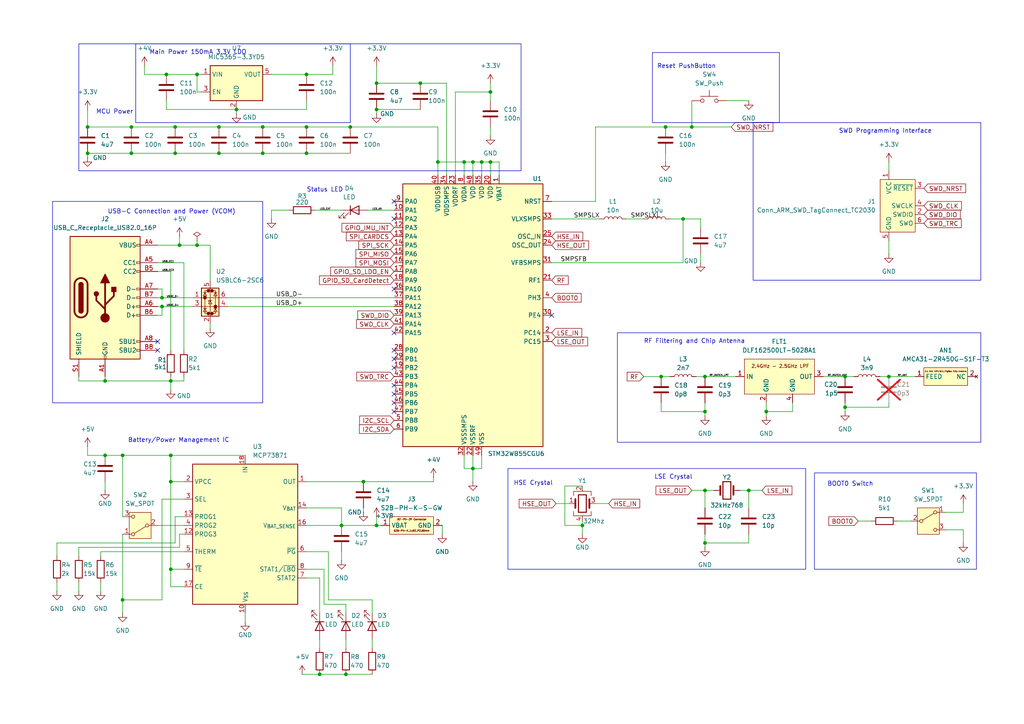
<source format=kicad_sch>
(kicad_sch
	(version 20250114)
	(generator "eeschema")
	(generator_version "9.0")
	(uuid "873d0b6d-8fbf-459e-bf4e-1e3f75ff4353")
	(paper "A4")
	(title_block
		(title "Trinity Devboard")
		(date "2025-12-05")
		(rev "V1.0")
		(company "Mayhance")
	)
	
	(rectangle
		(start 39.37 12.7)
		(end 101.6 35.56)
		(stroke
			(width 0)
			(type default)
		)
		(fill
			(type none)
		)
		(uuid 11d944df-49a7-470d-a7ee-94c9a4f719ad)
	)
	(rectangle
		(start 189.23 15.24)
		(end 226.06 35.56)
		(stroke
			(width 0)
			(type default)
		)
		(fill
			(type none)
		)
		(uuid 1fe55039-bc19-4755-9e69-ed90a96aa568)
	)
	(rectangle
		(start 335.28 110.49)
		(end 534.67 160.02)
		(stroke
			(width 0)
			(type default)
		)
		(fill
			(type none)
		)
		(uuid 24b538b3-4538-4b35-9452-31e7e3bd614b)
	)
	(rectangle
		(start 218.44 35.56)
		(end 284.48 81.28)
		(stroke
			(width 0)
			(type default)
		)
		(fill
			(type none)
		)
		(uuid 7699faaf-0276-4f26-bf91-2e981cfe6818)
	)
	(rectangle
		(start 22.86 12.7)
		(end 151.13 49.53)
		(stroke
			(width 0)
			(type default)
		)
		(fill
			(type none)
		)
		(uuid a7b9c0b5-6bb7-41bd-900a-2af5ed5bbf9f)
	)
	(rectangle
		(start 364.49 17.78)
		(end 496.57 80.01)
		(stroke
			(width 0)
			(type default)
		)
		(fill
			(type none)
		)
		(uuid c6f161f0-c25d-4fd9-9f2f-e2854f412eff)
	)
	(rectangle
		(start 147.32 135.89)
		(end 233.68 165.1)
		(stroke
			(width 0)
			(type default)
		)
		(fill
			(type none)
		)
		(uuid dedd8f39-0e54-43bf-8845-3d090f368855)
	)
	(rectangle
		(start 15.24 58.42)
		(end 76.2 116.84)
		(stroke
			(width 0)
			(type default)
		)
		(fill
			(type none)
		)
		(uuid e8eb4192-4f0a-4cae-a2a1-dc6563cf46a4)
	)
	(rectangle
		(start 236.22 137.16)
		(end 283.21 165.1)
		(stroke
			(width 0)
			(type default)
		)
		(fill
			(type none)
		)
		(uuid f867c235-5103-4f35-9e28-4c5584ca0ae2)
	)
	(rectangle
		(start 179.07 96.52)
		(end 284.48 128.27)
		(stroke
			(width 0)
			(type default)
		)
		(fill
			(type none)
		)
		(uuid f8bd51b3-34e1-4795-9a63-05bb95ae469e)
	)
	(text "Main Power 150mA 3.3V LDO "
		(exclude_from_sim no)
		(at 57.912 15.24 0)
		(effects
			(font
				(size 1.27 1.27)
			)
		)
		(uuid "0122e4b4-2ef8-48c6-8dcb-07baff6272bc")
	)
	(text "MicroSD Card Reader with Card Detect (SPI)"
		(exclude_from_sim no)
		(at 450.85 114.046 0)
		(effects
			(font
				(size 1.27 1.27)
			)
		)
		(uuid "16548a61-9b2f-49cd-a7b0-5c143fccf85e")
	)
	(text "SD Card 500 mA 3.3V LDO "
		(exclude_from_sim no)
		(at 368.808 128.27 0)
		(effects
			(font
				(size 1.27 1.27)
			)
		)
		(uuid "1824b0ee-e195-46a0-a6e0-d31dd876c8c9")
	)
	(text "IMU 150 mA 1.8V LDO"
		(exclude_from_sim no)
		(at 391.16 43.434 0)
		(effects
			(font
				(size 1.27 1.27)
			)
		)
		(uuid "1a3a381d-c6f3-4a6f-9c3a-9e6da42a0bdf")
	)
	(text "IMU (I2C)"
		(exclude_from_sim no)
		(at 429.768 21.844 0)
		(effects
			(font
				(size 1.27 1.27)
			)
		)
		(uuid "24da4684-ec52-4d8b-bd82-913a0adf26d4")
	)
	(text "MCU Power"
		(exclude_from_sim no)
		(at 33.274 32.512 0)
		(effects
			(font
				(size 1.27 1.27)
			)
		)
		(uuid "5f2e7c0f-124b-4fcd-9bee-f3a35443659a")
	)
	(text "USB-C Connection and Power (VCOM)"
		(exclude_from_sim no)
		(at 49.784 61.468 0)
		(effects
			(font
				(size 1.27 1.27)
			)
		)
		(uuid "6af63434-aef8-4423-b39e-18b6e1806314")
	)
	(text "LSE Crystal"
		(exclude_from_sim no)
		(at 195.326 138.43 0)
		(effects
			(font
				(size 1.27 1.27)
			)
		)
		(uuid "6f055d1e-6a4f-4551-815d-ef73c9d7796a")
	)
	(text "BOOT0 Switch"
		(exclude_from_sim no)
		(at 246.634 140.462 0)
		(effects
			(font
				(size 1.27 1.27)
			)
		)
		(uuid "83225487-2f1c-4097-b3c6-0138b93adf21")
	)
	(text "Battery/Power Management IC"
		(exclude_from_sim no)
		(at 51.816 127.762 0)
		(effects
			(font
				(size 1.27 1.27)
			)
		)
		(uuid "9a32533f-8260-42c9-9f7a-1e3c209b7bdb")
	)
	(text "Reset PushButton"
		(exclude_from_sim no)
		(at 199.136 19.304 0)
		(effects
			(font
				(size 1.27 1.27)
			)
		)
		(uuid "9afec43d-04e6-45ed-9812-44fe4baf203e")
	)
	(text "RF Filtering and Chip Antenna"
		(exclude_from_sim no)
		(at 201.422 99.06 0)
		(effects
			(font
				(size 1.27 1.27)
			)
		)
		(uuid "b266ee27-ab7e-41f1-8642-ed17c1f21f00")
	)
	(text "Status LED"
		(exclude_from_sim no)
		(at 94.234 55.118 0)
		(effects
			(font
				(size 1.27 1.27)
			)
		)
		(uuid "b7076262-3901-4a29-be24-3a801c142090")
	)
	(text "SWD Programming Interface"
		(exclude_from_sim no)
		(at 256.794 38.1 0)
		(effects
			(font
				(size 1.27 1.27)
			)
		)
		(uuid "cb10e935-f514-4575-b297-d63ee3a9c07c")
	)
	(text "HSE Crystal"
		(exclude_from_sim no)
		(at 154.686 140.208 0)
		(effects
			(font
				(size 1.27 1.27)
			)
		)
		(uuid "e1d9b23e-083a-445d-81ee-36f6863f74ae")
	)
	(junction
		(at 458.47 149.86)
		(diameter 0)
		(color 0 0 0 0)
		(uuid "06b0e4f2-cdd5-4796-b3f2-a1865fc74717")
	)
	(junction
		(at 142.24 46.99)
		(diameter 0)
		(color 0 0 0 0)
		(uuid "0771e089-3be7-4023-af11-2f0a112103b4")
	)
	(junction
		(at 76.2 36.83)
		(diameter 0)
		(color 0 0 0 0)
		(uuid "08ba7392-2c35-454e-b951-d79039abfc8d")
	)
	(junction
		(at 100.33 195.58)
		(diameter 0)
		(color 0 0 0 0)
		(uuid "0b5ff019-5591-4007-ae88-7c251a342287")
	)
	(junction
		(at 46.99 86.36)
		(diameter 0)
		(color 0 0 0 0)
		(uuid "0bf09920-62fa-4586-8343-e401638dd8cf")
	)
	(junction
		(at 68.58 31.75)
		(diameter 0)
		(color 0 0 0 0)
		(uuid "0f75ffb9-5abf-4dc8-ae90-4bc343dd888d")
	)
	(junction
		(at 379.73 152.4)
		(diameter 0)
		(color 0 0 0 0)
		(uuid "152c62aa-0cd8-48e9-9d7c-24ee8ced3386")
	)
	(junction
		(at 384.81 152.4)
		(diameter 0)
		(color 0 0 0 0)
		(uuid "18ecf60a-5aec-4f57-b482-9052e33ade25")
	)
	(junction
		(at 245.11 109.22)
		(diameter 0)
		(color 0 0 0 0)
		(uuid "20612464-2827-44d7-86bf-abcf6b0aa067")
	)
	(junction
		(at 398.78 138.43)
		(diameter 0)
		(color 0 0 0 0)
		(uuid "25b54e8e-7c08-47f0-978f-87a5feaabf36")
	)
	(junction
		(at 49.53 132.08)
		(diameter 0)
		(color 0 0 0 0)
		(uuid "25d72004-6d4c-4e46-9070-978555454813")
	)
	(junction
		(at 127 46.99)
		(diameter 0)
		(color 0 0 0 0)
		(uuid "26203bca-f8ab-40b9-bce3-934051f51229")
	)
	(junction
		(at 46.99 88.9)
		(diameter 0)
		(color 0 0 0 0)
		(uuid "27ebaeb0-0fd1-4f6f-8648-d73d44c0f4f4")
	)
	(junction
		(at 461.01 149.86)
		(diameter 0)
		(color 0 0 0 0)
		(uuid "29dda3f4-df01-449f-a86c-49c9623e19be")
	)
	(junction
		(at 381 52.07)
		(diameter 0)
		(color 0 0 0 0)
		(uuid "29fff66d-2f5d-4f4a-a508-b3cc01eecc32")
	)
	(junction
		(at 204.47 119.38)
		(diameter 0)
		(color 0 0 0 0)
		(uuid "2a4023b7-f6a7-45c9-9d21-e74cf2fc6aba")
	)
	(junction
		(at 433.07 46.99)
		(diameter 0)
		(color 0 0 0 0)
		(uuid "2c02edc3-1274-4fb7-b6d1-4bfa299b7ed6")
	)
	(junction
		(at 204.47 157.48)
		(diameter 0)
		(color 0 0 0 0)
		(uuid "2dd5b1e8-2cca-41c6-b9ac-4290fb87fdd4")
	)
	(junction
		(at 459.74 149.86)
		(diameter 0)
		(color 0 0 0 0)
		(uuid "317e0af0-a1c2-4402-b8bc-b796d97d1d3b")
	)
	(junction
		(at 134.62 46.99)
		(diameter 0)
		(color 0 0 0 0)
		(uuid "33e5c996-3636-48ea-a74f-37b335e16d0f")
	)
	(junction
		(at 427.99 133.35)
		(diameter 0)
		(color 0 0 0 0)
		(uuid "3bbc204c-67f3-432c-8a04-4e11592e3998")
	)
	(junction
		(at 25.4 36.83)
		(diameter 0)
		(color 0 0 0 0)
		(uuid "3c7f7854-e5d9-44df-93ba-61674b85d977")
	)
	(junction
		(at 408.94 138.43)
		(diameter 0)
		(color 0 0 0 0)
		(uuid "3c9befd4-8ff1-4a2e-8b98-dc782b0433fa")
	)
	(junction
		(at 49.53 139.7)
		(diameter 0)
		(color 0 0 0 0)
		(uuid "43f1c878-440d-4240-810b-99983db910a5")
	)
	(junction
		(at 438.15 49.53)
		(diameter 0)
		(color 0 0 0 0)
		(uuid "469ab023-fd56-48d4-8223-5dcdeb081ccf")
	)
	(junction
		(at 396.24 138.43)
		(diameter 0)
		(color 0 0 0 0)
		(uuid "4ad26bb2-b9fe-4229-bb52-70d7cf81a66a")
	)
	(junction
		(at 420.37 52.07)
		(diameter 0)
		(color 0 0 0 0)
		(uuid "4f311754-0fd8-4973-b982-bd60ad541155")
	)
	(junction
		(at 217.17 142.24)
		(diameter 0)
		(color 0 0 0 0)
		(uuid "511c38d0-ca31-40e8-a8b0-2fe0d74e0f40")
	)
	(junction
		(at 49.53 165.1)
		(diameter 0)
		(color 0 0 0 0)
		(uuid "52e0bc14-a7ad-4d31-8cb9-54d4be2b072c")
	)
	(junction
		(at 401.32 62.23)
		(diameter 0)
		(color 0 0 0 0)
		(uuid "5c7d707e-2c98-4a2d-84ee-0fec3bd835c9")
	)
	(junction
		(at 245.11 118.11)
		(diameter 0)
		(color 0 0 0 0)
		(uuid "5ed7d4ca-73fb-4b5c-8cc8-8bab9a9f58b0")
	)
	(junction
		(at 50.8 36.83)
		(diameter 0)
		(color 0 0 0 0)
		(uuid "5f7ce9f3-dd07-4241-a63e-6e55bde87476")
	)
	(junction
		(at 410.21 52.07)
		(diameter 0)
		(color 0 0 0 0)
		(uuid "62faa404-6ac0-4d70-a568-6fab6db2b193")
	)
	(junction
		(at 25.4 44.45)
		(diameter 0)
		(color 0 0 0 0)
		(uuid "63da3cbe-9b18-4416-baea-6f525eed65f0")
	)
	(junction
		(at 168.91 152.4)
		(diameter 0)
		(color 0 0 0 0)
		(uuid "6430a68e-46ee-40f3-b266-a1796b3ba58f")
	)
	(junction
		(at 35.56 132.08)
		(diameter 0)
		(color 0 0 0 0)
		(uuid "65911523-215a-4de8-a9d3-6594739f7f68")
	)
	(junction
		(at 427.99 118.11)
		(diameter 0)
		(color 0 0 0 0)
		(uuid "65a0f47f-3c5a-4252-a804-022ead3770c8")
	)
	(junction
		(at 204.47 109.22)
		(diameter 0)
		(color 0 0 0 0)
		(uuid "6c14ef3c-1ad2-414b-bf71-3f7f656312fa")
	)
	(junction
		(at 137.16 135.89)
		(diameter 0)
		(color 0 0 0 0)
		(uuid "6f29bd30-4ea5-456c-96f7-5af32430ead4")
	)
	(junction
		(at 99.06 152.4)
		(diameter 0)
		(color 0 0 0 0)
		(uuid "6f49aaa9-74d8-4734-bd31-b1d5667b7ee4")
	)
	(junction
		(at 142.24 26.67)
		(diameter 0)
		(color 0 0 0 0)
		(uuid "6f9e7a59-28a8-410f-8723-7476adbe8eb1")
	)
	(junction
		(at 121.92 24.13)
		(diameter 0)
		(color 0 0 0 0)
		(uuid "709a8f05-ef2f-4443-845d-4a50f8bb7e42")
	)
	(junction
		(at 198.12 63.5)
		(diameter 0)
		(color 0 0 0 0)
		(uuid "714be95b-2b4c-4e24-bccc-7d71335a4521")
	)
	(junction
		(at 88.9 21.59)
		(diameter 0)
		(color 0 0 0 0)
		(uuid "731bc1d2-33ca-4f4c-a48a-15e04ccaad4c")
	)
	(junction
		(at 38.1 36.83)
		(diameter 0)
		(color 0 0 0 0)
		(uuid "7442ec69-30f3-4bdf-9f79-9e468aac8e34")
	)
	(junction
		(at 88.9 44.45)
		(diameter 0)
		(color 0 0 0 0)
		(uuid "75178324-d2e9-498c-bb58-a6917be62c2b")
	)
	(junction
		(at 76.2 44.45)
		(diameter 0)
		(color 0 0 0 0)
		(uuid "7b814c3b-e116-4958-b41b-19b8236a65df")
	)
	(junction
		(at 49.53 110.49)
		(diameter 0)
		(color 0 0 0 0)
		(uuid "7d793d66-e326-4cc0-9227-6bb273177f8c")
	)
	(junction
		(at 401.32 138.43)
		(diameter 0)
		(color 0 0 0 0)
		(uuid "7ec6f109-ff47-4ba2-b658-e0e90df85e3e")
	)
	(junction
		(at 92.71 195.58)
		(diameter 0)
		(color 0 0 0 0)
		(uuid "83eb629d-9097-4c7c-b20e-45c8c5bd78a0")
	)
	(junction
		(at 431.8 118.11)
		(diameter 0)
		(color 0 0 0 0)
		(uuid "8b0e90cf-48f7-4478-8cce-33b6aa4078fc")
	)
	(junction
		(at 344.17 139.7)
		(diameter 0)
		(color 0 0 0 0)
		(uuid "914aa778-2e4f-4291-be5a-0575541f2e4c")
	)
	(junction
		(at 469.9 25.4)
		(diameter 0)
		(color 0 0 0 0)
		(uuid "940abd3b-daf4-4bc7-a289-000a93123ccb")
	)
	(junction
		(at 88.9 36.83)
		(diameter 0)
		(color 0 0 0 0)
		(uuid "982da6b9-7a70-4476-b4bb-7652c702d97e")
	)
	(junction
		(at 57.15 71.12)
		(diameter 0)
		(color 0 0 0 0)
		(uuid "9af650fb-cbca-4c92-8d9e-6aec42073a98")
	)
	(junction
		(at 391.16 52.07)
		(diameter 0)
		(color 0 0 0 0)
		(uuid "9e7a542b-1b5e-4914-8407-4d6e992993e2")
	)
	(junction
		(at 105.41 139.7)
		(diameter 0)
		(color 0 0 0 0)
		(uuid "a08e386d-5cb0-4dff-adf3-7666512da480")
	)
	(junction
		(at 200.66 36.83)
		(diameter 0)
		(color 0 0 0 0)
		(uuid "a382f41c-1075-4ad8-a5c0-ca4adc027da7")
	)
	(junction
		(at 510.54 118.11)
		(diameter 0)
		(color 0 0 0 0)
		(uuid "a812f287-4db4-4f1b-808e-d9f8aa3a8b63")
	)
	(junction
		(at 35.56 173.99)
		(diameter 0)
		(color 0 0 0 0)
		(uuid "a84067a9-8908-4a28-86e3-d23a265b399a")
	)
	(junction
		(at 63.5 44.45)
		(diameter 0)
		(color 0 0 0 0)
		(uuid "ab42d14c-df00-4b26-a12f-7768d1aa5df6")
	)
	(junction
		(at 48.26 21.59)
		(diameter 0)
		(color 0 0 0 0)
		(uuid "ab8ba419-3777-479d-8c60-f40a6720f779")
	)
	(junction
		(at 454.66 25.4)
		(diameter 0)
		(color 0 0 0 0)
		(uuid "ac362e3a-ff20-4c5b-8741-54ba2af2ed80")
	)
	(junction
		(at 30.48 132.08)
		(diameter 0)
		(color 0 0 0 0)
		(uuid "ae21f768-eb87-4102-b1ab-15cefd45ef7f")
	)
	(junction
		(at 30.48 110.49)
		(diameter 0)
		(color 0 0 0 0)
		(uuid "b166d566-513a-4499-8027-4ecdfdb4d823")
	)
	(junction
		(at 414.02 52.07)
		(diameter 0)
		(color 0 0 0 0)
		(uuid "b19ab9d8-97cd-4a2e-a2b1-9eb59c1af393")
	)
	(junction
		(at 222.25 119.38)
		(diameter 0)
		(color 0 0 0 0)
		(uuid "b5d3f376-372b-4dcc-8acc-cdb0e2f70ae2")
	)
	(junction
		(at 193.04 36.83)
		(diameter 0)
		(color 0 0 0 0)
		(uuid "b86ab082-f1ba-490e-867e-4cc77c5f457d")
	)
	(junction
		(at 382.27 153.67)
		(diameter 0)
		(color 0 0 0 0)
		(uuid "c27ce626-a31b-459d-8dbb-7dd35099aeb0")
	)
	(junction
		(at 497.84 133.35)
		(diameter 0)
		(color 0 0 0 0)
		(uuid "c31fba5d-4918-4880-bef2-f059a5d5a8be")
	)
	(junction
		(at 257.81 109.22)
		(diameter 0)
		(color 0 0 0 0)
		(uuid "cc63acc9-fa15-4a6d-82da-e57c46d71739")
	)
	(junction
		(at 101.6 36.83)
		(diameter 0)
		(color 0 0 0 0)
		(uuid "d4d7d4ab-5460-4e0f-911b-a67cf90873d0")
	)
	(junction
		(at 52.07 71.12)
		(diameter 0)
		(color 0 0 0 0)
		(uuid "d6229ca2-6d26-400c-8e78-c2bb4c93a744")
	)
	(junction
		(at 50.8 44.45)
		(diameter 0)
		(color 0 0 0 0)
		(uuid "e09592c2-3311-4577-8990-e8f08183b70f")
	)
	(junction
		(at 497.84 118.11)
		(diameter 0)
		(color 0 0 0 0)
		(uuid "e239c1f7-11cb-4a45-8754-99a5b360cc69")
	)
	(junction
		(at 109.22 24.13)
		(diameter 0)
		(color 0 0 0 0)
		(uuid "e4053e86-67fd-4810-a601-3121a9604a1b")
	)
	(junction
		(at 139.7 46.99)
		(diameter 0)
		(color 0 0 0 0)
		(uuid "e432c558-d495-4649-8908-54b0a92af240")
	)
	(junction
		(at 63.5 36.83)
		(diameter 0)
		(color 0 0 0 0)
		(uuid "e49549fb-3e4e-4520-997c-5e7fde344798")
	)
	(junction
		(at 137.16 46.99)
		(diameter 0)
		(color 0 0 0 0)
		(uuid "e8f04249-86fd-4df7-b6eb-4e6c071443ca")
	)
	(junction
		(at 109.22 31.75)
		(diameter 0)
		(color 0 0 0 0)
		(uuid "ee301325-2098-4e34-99b4-a81e7844e284")
	)
	(junction
		(at 191.77 109.22)
		(diameter 0)
		(color 0 0 0 0)
		(uuid "eeb49e75-e8ae-4c21-8288-2fef8ee50d32")
	)
	(junction
		(at 38.1 44.45)
		(diameter 0)
		(color 0 0 0 0)
		(uuid "ef31377d-340c-4d0f-9c59-a3cdce9dabd6")
	)
	(junction
		(at 57.15 21.59)
		(diameter 0)
		(color 0 0 0 0)
		(uuid "f1b96c52-308d-42e5-a9d2-e014d52a9935")
	)
	(junction
		(at 109.22 152.4)
		(diameter 0)
		(color 0 0 0 0)
		(uuid "f1c1ee93-16a2-4466-b1fe-50d3f3790246")
	)
	(junction
		(at 516.89 138.43)
		(diameter 0)
		(color 0 0 0 0)
		(uuid "f633bc7d-a717-4126-a871-44c45f80a760")
	)
	(junction
		(at 438.15 25.4)
		(diameter 0)
		(color 0 0 0 0)
		(uuid "fb833aab-fb64-4264-bfd2-625261a44751")
	)
	(junction
		(at 204.47 142.24)
		(diameter 0)
		(color 0 0 0 0)
		(uuid "fdbbbe44-04de-4c43-a8ef-190fd022a36d")
	)
	(no_connect
		(at 439.42 44.45)
		(uuid "06d48843-6a3a-4ee5-bce3-b58de6a0fe81")
	)
	(no_connect
		(at 114.3 119.38)
		(uuid "0768de6d-272a-4793-88ad-9ffb7a4192df")
	)
	(no_connect
		(at 114.3 63.5)
		(uuid "1ae5a418-c0f9-49cc-ae25-97db156da255")
	)
	(no_connect
		(at 114.3 106.68)
		(uuid "5769a0f0-daf9-4106-98ae-375d3abc1885")
	)
	(no_connect
		(at 439.42 57.15)
		(uuid "588f1b59-da27-48cb-8898-20e45b3310f2")
	)
	(no_connect
		(at 464.82 52.07)
		(uuid "771f2d6b-1aea-443e-8429-ac9ebd879702")
	)
	(no_connect
		(at 114.3 96.52)
		(uuid "7ae789ca-687e-47ad-a359-fe9333cf2dac")
	)
	(no_connect
		(at 464.82 49.53)
		(uuid "90b0522a-b8bd-4375-801f-0ac248cf9dc3")
	)
	(no_connect
		(at 114.3 116.84)
		(uuid "98e536e4-bda4-420e-9d62-c01fac4669b6")
	)
	(no_connect
		(at 160.02 91.44)
		(uuid "9dc60de0-c158-4383-aa8d-5bbba7f5f45e")
	)
	(no_connect
		(at 114.3 83.82)
		(uuid "9ee6a3ad-b022-4ef2-8035-d9ac1bf7ea9d")
	)
	(no_connect
		(at 114.3 101.6)
		(uuid "c4d7a30d-1c0d-4f8f-961d-d88897b1b9ab")
	)
	(no_connect
		(at 114.3 58.42)
		(uuid "c7129cf4-4483-424a-a17b-7f1a8b0c0def")
	)
	(no_connect
		(at 114.3 114.3)
		(uuid "d5351fdb-3e94-4561-811e-4f88996ae298")
	)
	(no_connect
		(at 114.3 111.76)
		(uuid "d7ac9c8b-cec3-4213-bbe0-7398a60b2d5c")
	)
	(no_connect
		(at 45.72 99.06)
		(uuid "da06dfb5-5b14-4795-bbf3-e04314d35801")
	)
	(no_connect
		(at 45.72 101.6)
		(uuid "dd9b18f4-0b74-46ca-abf3-0681988dd201")
	)
	(no_connect
		(at 114.3 104.14)
		(uuid "e442cd70-7138-4ab8-b884-99ae11d3e736")
	)
	(wire
		(pts
			(xy 420.37 34.29) (xy 420.37 52.07)
		)
		(stroke
			(width 0)
			(type default)
		)
		(uuid "0075c3e4-7260-4a1b-8842-57760af87383")
	)
	(wire
		(pts
			(xy 46.99 88.9) (xy 55.88 88.9)
		)
		(stroke
			(width 0)
			(type default)
		)
		(uuid "00cdc5bd-2a49-400f-b462-4eb2d7dcf35c")
	)
	(wire
		(pts
			(xy 45.72 91.44) (xy 46.99 91.44)
		)
		(stroke
			(width 0)
			(type default)
		)
		(uuid "00ff17cd-8e4c-408b-870b-df4a0b21e7fc")
	)
	(wire
		(pts
			(xy 245.11 109.22) (xy 247.65 109.22)
		)
		(stroke
			(width 0)
			(type default)
		)
		(uuid "02908e50-800a-4216-a26f-c52f549efac6")
	)
	(wire
		(pts
			(xy 35.56 154.94) (xy 35.56 173.99)
		)
		(stroke
			(width 0)
			(type default)
		)
		(uuid "02e16290-72f1-456a-9393-0c03e9937efd")
	)
	(wire
		(pts
			(xy 30.48 110.49) (xy 49.53 110.49)
		)
		(stroke
			(width 0)
			(type default)
		)
		(uuid "040723fd-242b-42bf-aa16-1a136fe3cb8e")
	)
	(wire
		(pts
			(xy 222.25 116.84) (xy 222.25 119.38)
		)
		(stroke
			(width 0)
			(type default)
		)
		(uuid "04c7bb99-2398-4d6c-b681-2762f1e8a941")
	)
	(wire
		(pts
			(xy 427.99 118.11) (xy 408.94 118.11)
		)
		(stroke
			(width 0)
			(type default)
		)
		(uuid "0524ea81-6f19-488a-b1f8-eb4df4ea183f")
	)
	(wire
		(pts
			(xy 210.82 29.21) (xy 217.17 29.21)
		)
		(stroke
			(width 0)
			(type default)
		)
		(uuid "06ea305f-7d57-41e8-9eae-c2062c0e073e")
	)
	(wire
		(pts
			(xy 488.95 140.97) (xy 488.95 144.78)
		)
		(stroke
			(width 0)
			(type default)
		)
		(uuid "070b8705-3a7a-4308-afde-404e687510f5")
	)
	(wire
		(pts
			(xy 463.55 148.59) (xy 463.55 149.86)
		)
		(stroke
			(width 0)
			(type default)
		)
		(uuid "0747338a-0229-412e-bc03-b520aa3128f8")
	)
	(wire
		(pts
			(xy 379.73 152.4) (xy 379.73 153.67)
		)
		(stroke
			(width 0)
			(type default)
		)
		(uuid "0841e213-3472-41bc-a27b-57629324183b")
	)
	(wire
		(pts
			(xy 88.9 152.4) (xy 99.06 152.4)
		)
		(stroke
			(width 0)
			(type default)
		)
		(uuid "0866f48b-a357-4da0-a199-210354387cc9")
	)
	(wire
		(pts
			(xy 129.54 24.13) (xy 129.54 50.8)
		)
		(stroke
			(width 0)
			(type default)
		)
		(uuid "0870cdb8-83c4-415b-a3ae-d3a9215ec197")
	)
	(wire
		(pts
			(xy 401.32 152.4) (xy 384.81 152.4)
		)
		(stroke
			(width 0)
			(type default)
		)
		(uuid "096cc4bd-3bde-40fd-91a1-aa51e3d8b663")
	)
	(wire
		(pts
			(xy 45.72 71.12) (xy 52.07 71.12)
		)
		(stroke
			(width 0)
			(type default)
		)
		(uuid "09bea2b4-94d8-4112-bf82-949ee23a6d09")
	)
	(wire
		(pts
			(xy 25.4 132.08) (xy 30.48 132.08)
		)
		(stroke
			(width 0)
			(type default)
		)
		(uuid "0a906ce3-0bfa-4cf9-8807-5649d4636f22")
	)
	(wire
		(pts
			(xy 100.33 177.8) (xy 100.33 175.26)
		)
		(stroke
			(width 0)
			(type default)
		)
		(uuid "0b3f74c3-baaf-4473-8996-1135fae913d9")
	)
	(wire
		(pts
			(xy 391.16 52.07) (xy 391.16 54.61)
		)
		(stroke
			(width 0)
			(type default)
		)
		(uuid "0b742f13-3469-4d4a-a8af-013c2edcf68f")
	)
	(wire
		(pts
			(xy 60.96 81.28) (xy 60.96 71.12)
		)
		(stroke
			(width 0)
			(type default)
		)
		(uuid "0b7868b7-5e9c-44f6-822f-9a5adf250bca")
	)
	(wire
		(pts
			(xy 510.54 118.11) (xy 516.89 118.11)
		)
		(stroke
			(width 0)
			(type default)
		)
		(uuid "0cb9aa0f-1efb-4761-86f8-081002446467")
	)
	(wire
		(pts
			(xy 76.2 44.45) (xy 88.9 44.45)
		)
		(stroke
			(width 0)
			(type default)
		)
		(uuid "0cda5228-5f08-48f9-9bb1-a5d9ac9bfb30")
	)
	(wire
		(pts
			(xy 52.07 68.58) (xy 52.07 71.12)
		)
		(stroke
			(width 0)
			(type default)
		)
		(uuid "0cec409e-4c60-46af-9927-37bbd433c8fd")
	)
	(wire
		(pts
			(xy 408.94 118.11) (xy 408.94 138.43)
		)
		(stroke
			(width 0)
			(type default)
		)
		(uuid "0d463b7a-3eac-419c-8e6a-755790dba4b4")
	)
	(wire
		(pts
			(xy 458.47 149.86) (xy 459.74 149.86)
		)
		(stroke
			(width 0)
			(type default)
		)
		(uuid "103acee0-1ad4-427d-a7d6-a9863647dce5")
	)
	(wire
		(pts
			(xy 132.08 26.67) (xy 142.24 26.67)
		)
		(stroke
			(width 0)
			(type default)
		)
		(uuid "1166f70d-d15e-491d-a906-eff8b8af6036")
	)
	(wire
		(pts
			(xy 455.93 148.59) (xy 455.93 149.86)
		)
		(stroke
			(width 0)
			(type default)
		)
		(uuid "11b0a685-547a-4b9e-8983-0dfeee6a4134")
	)
	(wire
		(pts
			(xy 128.27 152.4) (xy 128.27 154.94)
		)
		(stroke
			(width 0)
			(type default)
		)
		(uuid "11b49a6b-645d-48de-9316-d7fe8a294391")
	)
	(wire
		(pts
			(xy 430.53 49.53) (xy 438.15 49.53)
		)
		(stroke
			(width 0)
			(type default)
		)
		(uuid "1229c2b6-aed4-42d8-bb4d-7c87a793dad1")
	)
	(wire
		(pts
			(xy 257.81 46.99) (xy 257.81 49.53)
		)
		(stroke
			(width 0)
			(type default)
		)
		(uuid "122f73d7-92f7-43c4-80fc-42ffc975a438")
	)
	(wire
		(pts
			(xy 160.02 63.5) (xy 173.99 63.5)
		)
		(stroke
			(width 0)
			(type default)
		)
		(uuid "13268f55-668c-4a77-854f-afe0060a907c")
	)
	(wire
		(pts
			(xy 257.81 69.85) (xy 257.81 73.66)
		)
		(stroke
			(width 0)
			(type default)
		)
		(uuid "142603d8-507c-482d-9139-078c0417f6ba")
	)
	(wire
		(pts
			(xy 134.62 46.99) (xy 134.62 50.8)
		)
		(stroke
			(width 0)
			(type default)
		)
		(uuid "158581aa-28fd-46ac-b3cf-f08e94a7ebbb")
	)
	(wire
		(pts
			(xy 160.02 76.2) (xy 198.12 76.2)
		)
		(stroke
			(width 0)
			(type default)
		)
		(uuid "16b24c29-e507-4efd-ae07-6ef1fc118418")
	)
	(wire
		(pts
			(xy 436.88 59.69) (xy 439.42 59.69)
		)
		(stroke
			(width 0)
			(type default)
		)
		(uuid "17247734-09ee-4adf-8e30-dd85f504ed0d")
	)
	(wire
		(pts
			(xy 454.66 25.4) (xy 469.9 25.4)
		)
		(stroke
			(width 0)
			(type default)
		)
		(uuid "17fb867e-e580-45ee-9d9f-abce0583ebf4")
	)
	(wire
		(pts
			(xy 50.8 149.86) (xy 53.34 149.86)
		)
		(stroke
			(width 0)
			(type default)
		)
		(uuid "18704f2c-34d4-477a-87f1-cb964c50bc2f")
	)
	(wire
		(pts
			(xy 279.4 157.48) (xy 279.4 153.67)
		)
		(stroke
			(width 0)
			(type default)
		)
		(uuid "188bb285-85dd-4299-aa6c-5e3ef723d2a4")
	)
	(wire
		(pts
			(xy 134.62 132.08) (xy 134.62 135.89)
		)
		(stroke
			(width 0)
			(type default)
		)
		(uuid "18b14125-4193-46c7-973d-0875fd4437b5")
	)
	(wire
		(pts
			(xy 52.07 154.94) (xy 53.34 154.94)
		)
		(stroke
			(width 0)
			(type default)
		)
		(uuid "18dc2953-cbc4-40c3-9009-7b7941c20148")
	)
	(wire
		(pts
			(xy 204.47 142.24) (xy 207.01 142.24)
		)
		(stroke
			(width 0)
			(type default)
		)
		(uuid "19a6bfa4-9296-4d1c-a4b4-72ddf6c58390")
	)
	(wire
		(pts
			(xy 25.4 36.83) (xy 38.1 36.83)
		)
		(stroke
			(width 0)
			(type default)
		)
		(uuid "1a4a0bb9-3042-4d97-ba5d-4e9dd7042e1f")
	)
	(wire
		(pts
			(xy 458.47 148.59) (xy 458.47 149.86)
		)
		(stroke
			(width 0)
			(type default)
		)
		(uuid "1bcc6337-9703-45d6-9a7c-d2535a6b92fd")
	)
	(wire
		(pts
			(xy 109.22 19.05) (xy 109.22 24.13)
		)
		(stroke
			(width 0)
			(type default)
		)
		(uuid "1bf63657-f53c-4fb3-bd9e-358de9aaa869")
	)
	(wire
		(pts
			(xy 172.72 36.83) (xy 193.04 36.83)
		)
		(stroke
			(width 0)
			(type default)
		)
		(uuid "1dc396eb-9959-41d2-b29e-3c5667cd4c2a")
	)
	(wire
		(pts
			(xy 137.16 135.89) (xy 137.16 139.7)
		)
		(stroke
			(width 0)
			(type default)
		)
		(uuid "1df7cee4-740b-482a-82c9-a467fe2c3b63")
	)
	(wire
		(pts
			(xy 381 59.69) (xy 381 62.23)
		)
		(stroke
			(width 0)
			(type default)
		)
		(uuid "1dff4ee9-f14c-459b-a97b-843a38fec32b")
	)
	(wire
		(pts
			(xy 134.62 135.89) (xy 137.16 135.89)
		)
		(stroke
			(width 0)
			(type default)
		)
		(uuid "1e865e8a-65c0-4362-8c74-7392a788e89f")
	)
	(wire
		(pts
			(xy 377.19 49.53) (xy 377.19 52.07)
		)
		(stroke
			(width 0)
			(type default)
		)
		(uuid "200c7900-d45b-42ed-bd0b-0565112e9542")
	)
	(wire
		(pts
			(xy 92.71 167.64) (xy 88.9 167.64)
		)
		(stroke
			(width 0)
			(type default)
		)
		(uuid "20893d2d-7f83-4653-a5ff-be92a6bc30c5")
	)
	(wire
		(pts
			(xy 95.25 173.99) (xy 95.25 160.02)
		)
		(stroke
			(width 0)
			(type default)
		)
		(uuid "2158529b-28ac-4d2e-a3e8-d16df0c99904")
	)
	(wire
		(pts
			(xy 48.26 29.21) (xy 48.26 31.75)
		)
		(stroke
			(width 0)
			(type default)
		)
		(uuid "236f7f22-20b4-4984-95da-142f4842a4fc")
	)
	(wire
		(pts
			(xy 91.44 60.96) (xy 99.06 60.96)
		)
		(stroke
			(width 0)
			(type default)
		)
		(uuid "2420a4aa-e0d4-43d3-beda-5b62a027d01d")
	)
	(wire
		(pts
			(xy 163.83 152.4) (xy 168.91 152.4)
		)
		(stroke
			(width 0)
			(type default)
		)
		(uuid "245b76a1-8ea9-4089-a52b-24183a6735fb")
	)
	(wire
		(pts
			(xy 101.6 36.83) (xy 127 36.83)
		)
		(stroke
			(width 0)
			(type default)
		)
		(uuid "2743ea7f-dc77-45e7-9f74-983fffc2dd45")
	)
	(wire
		(pts
			(xy 38.1 36.83) (xy 50.8 36.83)
		)
		(stroke
			(width 0)
			(type default)
		)
		(uuid "27a23e10-78c3-451c-a4d7-3b4c3254adc8")
	)
	(wire
		(pts
			(xy 367.03 144.78) (xy 372.11 144.78)
		)
		(stroke
			(width 0)
			(type default)
		)
		(uuid "28ae8d5c-fd27-4b3a-8085-2de6464294cf")
	)
	(wire
		(pts
			(xy 49.53 132.08) (xy 71.12 132.08)
		)
		(stroke
			(width 0)
			(type default)
		)
		(uuid "28ef758b-772f-4813-9479-08f689376e12")
	)
	(wire
		(pts
			(xy 57.15 71.12) (xy 60.96 71.12)
		)
		(stroke
			(width 0)
			(type default)
		)
		(uuid "29266f9b-d690-47ea-9bbb-7438f9c2bc68")
	)
	(wire
		(pts
			(xy 134.62 46.99) (xy 137.16 46.99)
		)
		(stroke
			(width 0)
			(type default)
		)
		(uuid "29937b50-0cc0-41c6-bdb4-0da7a66b26f5")
	)
	(wire
		(pts
			(xy 45.72 152.4) (xy 53.34 152.4)
		)
		(stroke
			(width 0)
			(type default)
		)
		(uuid "29fbd803-7f2c-491f-88d5-536357b235b4")
	)
	(wire
		(pts
			(xy 163.83 140.97) (xy 163.83 152.4)
		)
		(stroke
			(width 0)
			(type default)
		)
		(uuid "2a26b0a6-1b08-4eb4-8329-767677b148f8")
	)
	(wire
		(pts
			(xy 106.68 60.96) (xy 114.3 60.96)
		)
		(stroke
			(width 0)
			(type default)
		)
		(uuid "2a8e4fac-61cf-4ca9-96a2-3e1316268820")
	)
	(wire
		(pts
			(xy 181.61 63.5) (xy 186.69 63.5)
		)
		(stroke
			(width 0)
			(type default)
		)
		(uuid "2c3486bc-0b5f-423a-81c3-5a5b2bcf1e91")
	)
	(wire
		(pts
			(xy 50.8 36.83) (xy 63.5 36.83)
		)
		(stroke
			(width 0)
			(type default)
		)
		(uuid "2c51a9db-3afc-4838-81bb-0621912021e5")
	)
	(wire
		(pts
			(xy 109.22 31.75) (xy 121.92 31.75)
		)
		(stroke
			(width 0)
			(type default)
		)
		(uuid "30368663-dcef-4ba5-8f76-18cc2344d5cc")
	)
	(wire
		(pts
			(xy 222.25 119.38) (xy 222.25 120.65)
		)
		(stroke
			(width 0)
			(type default)
		)
		(uuid "32110ad5-5aa5-451c-892d-8f30f9f45763")
	)
	(wire
		(pts
			(xy 95.25 160.02) (xy 88.9 160.02)
		)
		(stroke
			(width 0)
			(type default)
		)
		(uuid "3382fba8-1cce-4e49-9b6e-d6a5fc2742c5")
	)
	(wire
		(pts
			(xy 46.99 83.82) (xy 46.99 86.36)
		)
		(stroke
			(width 0)
			(type default)
		)
		(uuid "3459bd6e-e0ec-428f-bbf5-f9d2f3cdf511")
	)
	(wire
		(pts
			(xy 30.48 139.7) (xy 30.48 142.24)
		)
		(stroke
			(width 0)
			(type default)
		)
		(uuid "34c09c7d-fe95-42b5-a85b-38cbba980400")
	)
	(wire
		(pts
			(xy 22.86 168.91) (xy 22.86 171.45)
		)
		(stroke
			(width 0)
			(type default)
		)
		(uuid "35548e1c-71aa-4ee5-ab41-20c5eb66035c")
	)
	(wire
		(pts
			(xy 430.53 46.99) (xy 433.07 46.99)
		)
		(stroke
			(width 0)
			(type default)
		)
		(uuid "35b568d7-beef-426c-b667-b4423d942626")
	)
	(wire
		(pts
			(xy 107.95 173.99) (xy 95.25 173.99)
		)
		(stroke
			(width 0)
			(type default)
		)
		(uuid "36c04475-6409-4630-8032-fe298839b2c1")
	)
	(wire
		(pts
			(xy 408.94 138.43) (xy 433.07 138.43)
		)
		(stroke
			(width 0)
			(type default)
		)
		(uuid "3825a8ed-7105-47f9-90fa-ea6de69aeef4")
	)
	(wire
		(pts
			(xy 344.17 139.7) (xy 372.11 139.7)
		)
		(stroke
			(width 0)
			(type default)
		)
		(uuid "388e5e46-33c4-4b1b-b183-2cad1775b85a")
	)
	(wire
		(pts
			(xy 22.86 158.75) (xy 52.07 158.75)
		)
		(stroke
			(width 0)
			(type default)
		)
		(uuid "3891d907-33da-485e-a614-00f13b24664a")
	)
	(wire
		(pts
			(xy 463.55 149.86) (xy 461.01 149.86)
		)
		(stroke
			(width 0)
			(type default)
		)
		(uuid "3a785f1b-9b0e-4498-ad72-39b79ebc3426")
	)
	(wire
		(pts
			(xy 433.07 25.4) (xy 438.15 25.4)
		)
		(stroke
			(width 0)
			(type default)
		)
		(uuid "3b0b1510-6373-4b55-a3b4-ef5afcc33686")
	)
	(wire
		(pts
			(xy 491.49 127) (xy 491.49 130.81)
		)
		(stroke
			(width 0)
			(type default)
		)
		(uuid "3bdc258b-784d-400b-8d07-a5bde4ca3d64")
	)
	(wire
		(pts
			(xy 203.2 73.66) (xy 203.2 76.2)
		)
		(stroke
			(width 0)
			(type default)
		)
		(uuid "3c75265a-ebdc-41ea-afd3-cd82b2470add")
	)
	(wire
		(pts
			(xy 139.7 46.99) (xy 139.7 50.8)
		)
		(stroke
			(width 0)
			(type default)
		)
		(uuid "3c7b9a90-9400-42af-82b4-6bdd9eb2c94e")
	)
	(wire
		(pts
			(xy 469.9 25.4) (xy 474.98 25.4)
		)
		(stroke
			(width 0)
			(type default)
		)
		(uuid "3d0894ab-cb2e-48c1-9a61-cd9e18474df2")
	)
	(wire
		(pts
			(xy 46.99 86.36) (xy 55.88 86.36)
		)
		(stroke
			(width 0)
			(type default)
		)
		(uuid "3e3a70b7-9a31-443d-850d-d033c84c7d40")
	)
	(wire
		(pts
			(xy 217.17 142.24) (xy 220.98 142.24)
		)
		(stroke
			(width 0)
			(type default)
		)
		(uuid "3e52f87a-85b4-405b-9452-85a8ce1283af")
	)
	(wire
		(pts
			(xy 142.24 26.67) (xy 142.24 29.21)
		)
		(stroke
			(width 0)
			(type default)
		)
		(uuid "3ec0f8f0-c466-4ee8-b527-e28f53a53562")
	)
	(wire
		(pts
			(xy 168.91 140.97) (xy 163.83 140.97)
		)
		(stroke
			(width 0)
			(type default)
		)
		(uuid "40abe0f5-8c14-4c74-b52e-03486463ab40")
	)
	(wire
		(pts
			(xy 142.24 46.99) (xy 144.78 46.99)
		)
		(stroke
			(width 0)
			(type default)
		)
		(uuid "41c2b1f2-adc4-4812-8939-3d420c143ffa")
	)
	(wire
		(pts
			(xy 396.24 138.43) (xy 398.78 138.43)
		)
		(stroke
			(width 0)
			(type default)
		)
		(uuid "41d8fc1b-b32d-4b6b-aca7-3dc0602b890b")
	)
	(wire
		(pts
			(xy 394.97 138.43) (xy 396.24 138.43)
		)
		(stroke
			(width 0)
			(type default)
		)
		(uuid "41e2d22c-8a24-4777-aa59-adcd96e3e9f4")
	)
	(wire
		(pts
			(xy 57.15 21.59) (xy 58.42 21.59)
		)
		(stroke
			(width 0)
			(type default)
		)
		(uuid "4414aa6f-d111-4af2-8731-1a197b5b7964")
	)
	(wire
		(pts
			(xy 161.29 146.05) (xy 165.1 146.05)
		)
		(stroke
			(width 0)
			(type default)
		)
		(uuid "457699b6-ee79-4ffd-bc80-09e4c330b622")
	)
	(wire
		(pts
			(xy 22.86 109.22) (xy 22.86 110.49)
		)
		(stroke
			(width 0)
			(type default)
		)
		(uuid "487920ed-4b18-4a9a-8d8b-613c729d3eb7")
	)
	(wire
		(pts
			(xy 53.34 139.7) (xy 49.53 139.7)
		)
		(stroke
			(width 0)
			(type default)
		)
		(uuid "48962949-24f2-43d6-b8b2-c5eefba988a6")
	)
	(wire
		(pts
			(xy 93.98 175.26) (xy 93.98 165.1)
		)
		(stroke
			(width 0)
			(type default)
		)
		(uuid "4afd0ad1-25f7-4e01-8585-04ff58c16375")
	)
	(wire
		(pts
			(xy 100.33 185.42) (xy 100.33 187.96)
		)
		(stroke
			(width 0)
			(type default)
		)
		(uuid "4c1841d8-8e32-4a6f-a849-8630a4e27187")
	)
	(wire
		(pts
			(xy 431.8 130.81) (xy 433.07 130.81)
		)
		(stroke
			(width 0)
			(type default)
		)
		(uuid "4f52b0cd-bfb5-4ee8-bd4c-d7a559c55bf8")
	)
	(wire
		(pts
			(xy 88.9 44.45) (xy 101.6 44.45)
		)
		(stroke
			(width 0)
			(type default)
		)
		(uuid "4fe2c5bf-6792-430a-a426-6ef0250147c9")
	)
	(wire
		(pts
			(xy 58.42 26.67) (xy 57.15 26.67)
		)
		(stroke
			(width 0)
			(type default)
		)
		(uuid "51ab5b02-037e-41ea-ab12-df1f799ddebb")
	)
	(wire
		(pts
			(xy 342.9 139.7) (xy 344.17 139.7)
		)
		(stroke
			(width 0)
			(type default)
		)
		(uuid "524aefdf-5009-4c0a-aa71-e7a5eb656625")
	)
	(wire
		(pts
			(xy 427.99 118.11) (xy 431.8 118.11)
		)
		(stroke
			(width 0)
			(type default)
		)
		(uuid "534cc371-3195-4183-9c6e-dbd6bef85505")
	)
	(wire
		(pts
			(xy 142.24 36.83) (xy 142.24 39.37)
		)
		(stroke
			(width 0)
			(type default)
		)
		(uuid "5355c9ca-e41f-4f4e-94ec-90cc552aa2df")
	)
	(wire
		(pts
			(xy 427.99 125.73) (xy 427.99 133.35)
		)
		(stroke
			(width 0)
			(type default)
		)
		(uuid "564af70f-d3f6-42e1-b68b-b6a9247118dd")
	)
	(wire
		(pts
			(xy 29.21 168.91) (xy 29.21 171.45)
		)
		(stroke
			(width 0)
			(type default)
		)
		(uuid "5825b438-83ee-47e2-a0a8-ba985223147d")
	)
	(wire
		(pts
			(xy 204.47 154.94) (xy 204.47 157.48)
		)
		(stroke
			(width 0)
			(type default)
		)
		(uuid "588c6f36-59c2-4237-8c27-e78192b1ab9e")
	)
	(wire
		(pts
			(xy 172.72 58.42) (xy 172.72 36.83)
		)
		(stroke
			(width 0)
			(type default)
		)
		(uuid "5a309fee-db69-4d58-91fd-617f45b10375")
	)
	(wire
		(pts
			(xy 391.16 52.07) (xy 393.7 52.07)
		)
		(stroke
			(width 0)
			(type default)
		)
		(uuid "5b7309d3-b686-42ee-a51d-962266a4763b")
	)
	(wire
		(pts
			(xy 384.81 153.67) (xy 382.27 153.67)
		)
		(stroke
			(width 0)
			(type default)
		)
		(uuid "5b7a8d16-59b0-403f-ba97-4e2464644749")
	)
	(wire
		(pts
			(xy 401.32 146.05) (xy 401.32 152.4)
		)
		(stroke
			(width 0)
			(type default)
		)
		(uuid "5ccf02c3-0f53-4db4-991c-70c7fd74fe00")
	)
	(wire
		(pts
			(xy 53.34 109.22) (xy 53.34 110.49)
		)
		(stroke
			(width 0)
			(type default)
		)
		(uuid "5cd463e4-abf9-45b1-a79d-31bfd160bd22")
	)
	(wire
		(pts
			(xy 203.2 63.5) (xy 203.2 66.04)
		)
		(stroke
			(width 0)
			(type default)
		)
		(uuid "5e1a42f6-66bc-4d56-bb68-c9fb4a11908e")
	)
	(wire
		(pts
			(xy 50.8 157.48) (xy 50.8 149.86)
		)
		(stroke
			(width 0)
			(type default)
		)
		(uuid "5fb32ff8-6a2c-4c30-90a4-f5a65aa22167")
	)
	(wire
		(pts
			(xy 433.07 46.99) (xy 439.42 46.99)
		)
		(stroke
			(width 0)
			(type default)
		)
		(uuid "5fbee731-07dc-42cb-a006-7097acef8d40")
	)
	(wire
		(pts
			(xy 127 50.8) (xy 127 46.99)
		)
		(stroke
			(width 0)
			(type default)
		)
		(uuid "61617ab7-d320-4542-9035-c59dd44faddd")
	)
	(wire
		(pts
			(xy 497.84 133.35) (xy 505.46 133.35)
		)
		(stroke
			(width 0)
			(type default)
		)
		(uuid "61bb5a97-41b8-47e0-9735-b2904007d283")
	)
	(wire
		(pts
			(xy 63.5 36.83) (xy 76.2 36.83)
		)
		(stroke
			(width 0)
			(type default)
		)
		(uuid "637a38f9-9c43-4ef6-8022-75abe2ee9fd5")
	)
	(wire
		(pts
			(xy 46.99 88.9) (xy 46.99 91.44)
		)
		(stroke
			(width 0)
			(type default)
		)
		(uuid "63b1bc16-469c-4fe1-a3d1-6e25f6ebe747")
	)
	(wire
		(pts
			(xy 52.07 158.75) (xy 52.07 154.94)
		)
		(stroke
			(width 0)
			(type default)
		)
		(uuid "640a9837-5b1c-4a40-92e2-1cd6ee6d2845")
	)
	(wire
		(pts
			(xy 144.78 50.8) (xy 144.78 46.99)
		)
		(stroke
			(width 0)
			(type default)
		)
		(uuid "644b8a5f-ae4b-408d-89b0-5940b109369c")
	)
	(wire
		(pts
			(xy 49.53 132.08) (xy 49.53 139.7)
		)
		(stroke
			(width 0)
			(type default)
		)
		(uuid "64cf9e23-0e69-459e-8f55-55921758ce31")
	)
	(wire
		(pts
			(xy 137.16 135.89) (xy 139.7 135.89)
		)
		(stroke
			(width 0)
			(type default)
		)
		(uuid "6507ecfc-1ba8-4a61-989d-be301881e2eb")
	)
	(wire
		(pts
			(xy 245.11 116.84) (xy 245.11 118.11)
		)
		(stroke
			(width 0)
			(type default)
		)
		(uuid "65e4a85c-2f30-47e0-98a6-0b833c5698f5")
	)
	(wire
		(pts
			(xy 52.07 71.12) (xy 57.15 71.12)
		)
		(stroke
			(width 0)
			(type default)
		)
		(uuid "67040d57-f9b1-4aee-bb51-93b87960b3fe")
	)
	(wire
		(pts
			(xy 100.33 195.58) (xy 107.95 195.58)
		)
		(stroke
			(width 0)
			(type default)
		)
		(uuid "67c98c97-8494-417f-8b4a-9c1edc193f5b")
	)
	(wire
		(pts
			(xy 245.11 118.11) (xy 245.11 119.38)
		)
		(stroke
			(width 0)
			(type default)
		)
		(uuid "67f01315-e884-4198-b23a-9eb97933bade")
	)
	(wire
		(pts
			(xy 401.32 138.43) (xy 408.94 138.43)
		)
		(stroke
			(width 0)
			(type default)
		)
		(uuid "687d9d53-ef62-45a8-bf93-9317462da4cd")
	)
	(wire
		(pts
			(xy 66.04 86.36) (xy 114.3 86.36)
		)
		(stroke
			(width 0)
			(type default)
		)
		(uuid "6a306e23-df6b-4a45-be7e-dd38bfc9b91d")
	)
	(wire
		(pts
			(xy 222.25 119.38) (xy 229.87 119.38)
		)
		(stroke
			(width 0)
			(type default)
		)
		(uuid "6a977131-5053-48d6-bc36-7c3f30be7101")
	)
	(wire
		(pts
			(xy 49.53 78.74) (xy 49.53 101.6)
		)
		(stroke
			(width 0)
			(type default)
		)
		(uuid "6aafab60-fc99-4e8e-b913-dc3c1fe4e9bf")
	)
	(wire
		(pts
			(xy 68.58 31.75) (xy 68.58 33.02)
		)
		(stroke
			(width 0)
			(type default)
		)
		(uuid "6af1e4fb-6800-46c9-802d-fc71bc740fb5")
	)
	(wire
		(pts
			(xy 408.94 52.07) (xy 410.21 52.07)
		)
		(stroke
			(width 0)
			(type default)
		)
		(uuid "6b3c1165-9134-4383-a543-6a2b8503b349")
	)
	(wire
		(pts
			(xy 63.5 44.45) (xy 76.2 44.45)
		)
		(stroke
			(width 0)
			(type default)
		)
		(uuid "6bca2fb8-e61e-4dd5-adaf-87cd1defd3fe")
	)
	(wire
		(pts
			(xy 60.96 93.98) (xy 60.96 95.25)
		)
		(stroke
			(width 0)
			(type default)
		)
		(uuid "6bd02687-1e29-481a-9795-175c836446d1")
	)
	(wire
		(pts
			(xy 255.27 109.22) (xy 257.81 109.22)
		)
		(stroke
			(width 0)
			(type default)
		)
		(uuid "6c6b5e98-075c-49c1-b6db-3fbd97da6d8a")
	)
	(wire
		(pts
			(xy 452.12 69.85) (xy 452.12 72.39)
		)
		(stroke
			(width 0)
			(type default)
		)
		(uuid "6c8160dc-e05e-4c39-abea-53876825a388")
	)
	(wire
		(pts
			(xy 50.8 44.45) (xy 63.5 44.45)
		)
		(stroke
			(width 0)
			(type default)
		)
		(uuid "6cbd865a-78d7-4c0d-85cb-0b6be13de290")
	)
	(wire
		(pts
			(xy 16.51 161.29) (xy 16.51 157.48)
		)
		(stroke
			(width 0)
			(type default)
		)
		(uuid "6f429784-e784-46dc-8fd3-26950962c152")
	)
	(wire
		(pts
			(xy 49.53 170.18) (xy 49.53 165.1)
		)
		(stroke
			(width 0)
			(type default)
		)
		(uuid "6fb121e8-12a9-4c87-b796-8b51fd4d99aa")
	)
	(wire
		(pts
			(xy 377.19 52.07) (xy 381 52.07)
		)
		(stroke
			(width 0)
			(type default)
		)
		(uuid "705415a7-8d2f-4fe7-8a78-1980a1538a52")
	)
	(wire
		(pts
			(xy 49.53 109.22) (xy 49.53 110.49)
		)
		(stroke
			(width 0)
			(type default)
		)
		(uuid "70f486fd-0f65-449f-a536-49eda2ba5d02")
	)
	(wire
		(pts
			(xy 393.7 54.61) (xy 391.16 54.61)
		)
		(stroke
			(width 0)
			(type default)
		)
		(uuid "72618cf9-c52d-4b1e-a657-1624c7fb583b")
	)
	(wire
		(pts
			(xy 431.8 118.11) (xy 497.84 118.11)
		)
		(stroke
			(width 0)
			(type default)
		)
		(uuid "72c53031-5e96-4691-b04f-1bc062a9a5aa")
	)
	(wire
		(pts
			(xy 76.2 36.83) (xy 88.9 36.83)
		)
		(stroke
			(width 0)
			(type default)
		)
		(uuid "74059bb1-2c08-4ccb-97e3-5d0c5bdf05e7")
	)
	(wire
		(pts
			(xy 45.72 86.36) (xy 46.99 86.36)
		)
		(stroke
			(width 0)
			(type default)
		)
		(uuid "7540483e-5c63-44e6-8230-5eb0b734d31c")
	)
	(wire
		(pts
			(xy 96.52 21.59) (xy 88.9 21.59)
		)
		(stroke
			(width 0)
			(type default)
		)
		(uuid "7635fc8e-93fc-4e4f-8857-068fa687147f")
	)
	(wire
		(pts
			(xy 68.58 31.75) (xy 88.9 31.75)
		)
		(stroke
			(width 0)
			(type default)
		)
		(uuid "767ace05-a978-4990-bb7e-bdab2e99c3ca")
	)
	(wire
		(pts
			(xy 41.91 21.59) (xy 48.26 21.59)
		)
		(stroke
			(width 0)
			(type default)
		)
		(uuid "78e69913-9e31-4d5a-b464-530fdca651ea")
	)
	(wire
		(pts
			(xy 438.15 49.53) (xy 439.42 49.53)
		)
		(stroke
			(width 0)
			(type default)
		)
		(uuid "7a027540-2b11-49ef-ab0c-71e2cb53c7ce")
	)
	(wire
		(pts
			(xy 248.92 151.13) (xy 252.73 151.13)
		)
		(stroke
			(width 0)
			(type default)
		)
		(uuid "7a94bc4d-bdd9-436e-b93c-eb78d5f67bf9")
	)
	(wire
		(pts
			(xy 57.15 26.67) (xy 57.15 21.59)
		)
		(stroke
			(width 0)
			(type default)
		)
		(uuid "7c392810-b0d4-4aa0-87f3-38a0531b8713")
	)
	(wire
		(pts
			(xy 200.66 29.21) (xy 200.66 36.83)
		)
		(stroke
			(width 0)
			(type default)
		)
		(uuid "7d4d81cc-8684-4f6b-99b9-4495f8f85ad2")
	)
	(wire
		(pts
			(xy 53.34 165.1) (xy 49.53 165.1)
		)
		(stroke
			(width 0)
			(type default)
		)
		(uuid "7dee4d03-a935-41c5-b6a4-e4cb7b6bf5fb")
	)
	(wire
		(pts
			(xy 200.66 36.83) (xy 212.09 36.83)
		)
		(stroke
			(width 0)
			(type default)
		)
		(uuid "7e39105e-43d8-4586-8230-9081c90a36ae")
	)
	(wire
		(pts
			(xy 30.48 132.08) (xy 35.56 132.08)
		)
		(stroke
			(width 0)
			(type default)
		)
		(uuid "7f2b5b87-4547-463d-b29d-0cd67991bd1a")
	)
	(wire
		(pts
			(xy 488.95 138.43) (xy 516.89 138.43)
		)
		(stroke
			(width 0)
			(type default)
		)
		(uuid "7fb5e553-354f-498b-8fca-c84f175e1d1d")
	)
	(wire
		(pts
			(xy 88.9 147.32) (xy 99.06 147.32)
		)
		(stroke
			(width 0)
			(type default)
		)
		(uuid "7fe82a4d-c50b-490d-bfbc-a71d99170098")
	)
	(wire
		(pts
			(xy 35.56 173.99) (xy 35.56 177.8)
		)
		(stroke
			(width 0)
			(type default)
		)
		(uuid "819d6e9e-be53-4800-82a3-79934b175c95")
	)
	(wire
		(pts
			(xy 132.08 50.8) (xy 132.08 26.67)
		)
		(stroke
			(width 0)
			(type default)
		)
		(uuid "81c5feb4-a02a-42b2-a532-5685866814c1")
	)
	(wire
		(pts
			(xy 139.7 132.08) (xy 139.7 135.89)
		)
		(stroke
			(width 0)
			(type default)
		)
		(uuid "8392cb23-c8bf-4c2d-8f37-f2819f905483")
	)
	(wire
		(pts
			(xy 71.12 177.8) (xy 71.12 180.34)
		)
		(stroke
			(width 0)
			(type default)
		)
		(uuid "84d77406-5db7-49c6-8b7e-2ef8384daaa2")
	)
	(wire
		(pts
			(xy 194.31 63.5) (xy 198.12 63.5)
		)
		(stroke
			(width 0)
			(type default)
		)
		(uuid "850a6025-6ae6-4e68-8d65-61641607fdf6")
	)
	(wire
		(pts
			(xy 238.76 109.22) (xy 245.11 109.22)
		)
		(stroke
			(width 0)
			(type default)
		)
		(uuid "86ddf130-a810-4c29-a35b-1daecfc5eec1")
	)
	(wire
		(pts
			(xy 204.47 157.48) (xy 204.47 158.75)
		)
		(stroke
			(width 0)
			(type default)
		)
		(uuid "892816a9-c4c0-450f-ac83-f6f3d24e15d9")
	)
	(wire
		(pts
			(xy 191.77 109.22) (xy 194.31 109.22)
		)
		(stroke
			(width 0)
			(type default)
		)
		(uuid "8b63bd2c-0231-47a0-a2e9-0c5285684e82")
	)
	(wire
		(pts
			(xy 38.1 44.45) (xy 50.8 44.45)
		)
		(stroke
			(width 0)
			(type default)
		)
		(uuid "8ba43673-232c-4720-961b-abebb40a4e84")
	)
	(wire
		(pts
			(xy 193.04 44.45) (xy 193.04 46.99)
		)
		(stroke
			(width 0)
			(type default)
		)
		(uuid "8d03e8d7-cac9-4ee8-811b-078727647d25")
	)
	(wire
		(pts
			(xy 127 46.99) (xy 134.62 46.99)
		)
		(stroke
			(width 0)
			(type default)
		)
		(uuid "8d0ea5f4-9ed4-4b66-9b6e-a1b9651b3b7f")
	)
	(wire
		(pts
			(xy 25.4 129.54) (xy 25.4 132.08)
		)
		(stroke
			(width 0)
			(type default)
		)
		(uuid "8d65dee4-0beb-4e2d-aa3a-a70bd5328d39")
	)
	(wire
		(pts
			(xy 497.84 133.35) (xy 497.84 125.73)
		)
		(stroke
			(width 0)
			(type default)
		)
		(uuid "8d822ba5-d15f-4aa8-aff7-4b114d2fb79b")
	)
	(wire
		(pts
			(xy 168.91 151.13) (xy 168.91 152.4)
		)
		(stroke
			(width 0)
			(type default)
		)
		(uuid "8de6a3ce-137f-4c25-993e-a30c85c59ab1")
	)
	(wire
		(pts
			(xy 198.12 63.5) (xy 203.2 63.5)
		)
		(stroke
			(width 0)
			(type default)
		)
		(uuid "8e1e1d90-d043-412a-ad62-e583df7f3c61")
	)
	(wire
		(pts
			(xy 398.78 142.24) (xy 398.78 138.43)
		)
		(stroke
			(width 0)
			(type default)
		)
		(uuid "8f735f18-5c13-4233-8121-6988f267fe10")
	)
	(wire
		(pts
			(xy 168.91 152.4) (xy 168.91 154.94)
		)
		(stroke
			(width 0)
			(type default)
		)
		(uuid "8fe90a62-bd92-4529-8aaa-f17d0fc69533")
	)
	(wire
		(pts
			(xy 200.66 142.24) (xy 204.47 142.24)
		)
		(stroke
			(width 0)
			(type default)
		)
		(uuid "902a493d-7c80-4902-9814-8ac2b2c43f99")
	)
	(wire
		(pts
			(xy 401.32 62.23) (xy 401.32 64.77)
		)
		(stroke
			(width 0)
			(type default)
		)
		(uuid "9032ab12-8b97-4b41-a539-65ac00bcea99")
	)
	(wire
		(pts
			(xy 401.32 62.23) (xy 414.02 62.23)
		)
		(stroke
			(width 0)
			(type default)
		)
		(uuid "90eb7e8e-7028-4740-be3e-d77c545fa0f7")
	)
	(wire
		(pts
			(xy 93.98 165.1) (xy 88.9 165.1)
		)
		(stroke
			(width 0)
			(type default)
		)
		(uuid "9117bd22-d24b-4094-baaa-d2433cd80eec")
	)
	(wire
		(pts
			(xy 394.97 142.24) (xy 398.78 142.24)
		)
		(stroke
			(width 0)
			(type default)
		)
		(uuid "926fa4c2-f7ad-4e01-b743-2d75564c6466")
	)
	(wire
		(pts
			(xy 497.84 118.11) (xy 510.54 118.11)
		)
		(stroke
			(width 0)
			(type default)
		)
		(uuid "94fe858a-a61d-479f-9e5a-3b48695dc75b")
	)
	(wire
		(pts
			(xy 22.86 158.75) (xy 22.86 161.29)
		)
		(stroke
			(width 0)
			(type default)
		)
		(uuid "95658d54-7c6e-4cd9-b247-2bc18cf449ca")
	)
	(wire
		(pts
			(xy 137.16 46.99) (xy 139.7 46.99)
		)
		(stroke
			(width 0)
			(type default)
		)
		(uuid "9598cdde-a7a2-410a-adb4-05066f6ade7a")
	)
	(wire
		(pts
			(xy 186.69 109.22) (xy 191.77 109.22)
		)
		(stroke
			(width 0)
			(type default)
		)
		(uuid "95af54e0-b765-48a4-881c-b0a92867eed5")
	)
	(wire
		(pts
			(xy 35.56 132.08) (xy 49.53 132.08)
		)
		(stroke
			(width 0)
			(type default)
		)
		(uuid "95b75c8d-83bc-42a2-a1fd-fd5af73ef438")
	)
	(wire
		(pts
			(xy 204.47 119.38) (xy 204.47 120.65)
		)
		(stroke
			(width 0)
			(type default)
		)
		(uuid "96224cf8-1145-4c0e-9559-126d18105736")
	)
	(wire
		(pts
			(xy 107.95 177.8) (xy 107.95 173.99)
		)
		(stroke
			(width 0)
			(type default)
		)
		(uuid "96bd5af5-4cf5-4df8-a404-af4adea4df22")
	)
	(wire
		(pts
			(xy 279.4 146.05) (xy 279.4 148.59)
		)
		(stroke
			(width 0)
			(type default)
		)
		(uuid "96de3588-b3b8-42e3-a1f9-4fa2f3319895")
	)
	(wire
		(pts
			(xy 438.15 25.4) (xy 454.66 25.4)
		)
		(stroke
			(width 0)
			(type default)
		)
		(uuid "973c456b-24fe-4b7b-b436-cbd115b373a4")
	)
	(wire
		(pts
			(xy 53.34 144.78) (xy 46.99 144.78)
		)
		(stroke
			(width 0)
			(type default)
		)
		(uuid "98738972-a0a7-499b-a47f-e2b84faeb7a9")
	)
	(wire
		(pts
			(xy 473.71 64.77) (xy 473.71 67.31)
		)
		(stroke
			(width 0)
			(type default)
		)
		(uuid "9928f53a-555e-4f3a-b969-af64c9cf50d8")
	)
	(wire
		(pts
			(xy 142.24 24.13) (xy 142.24 26.67)
		)
		(stroke
			(width 0)
			(type default)
		)
		(uuid "99e9a7d9-8c48-4913-b283-973d2b3fc214")
	)
	(wire
		(pts
			(xy 204.47 142.24) (xy 204.47 147.32)
		)
		(stroke
			(width 0)
			(type default)
		)
		(uuid "9aa4e510-eec6-4603-acc1-91e4c2bdad7c")
	)
	(wire
		(pts
			(xy 398.78 138.43) (xy 401.32 138.43)
		)
		(stroke
			(width 0)
			(type default)
		)
		(uuid "9aa9fb9d-6e18-4850-88ff-9b2ac9109e97")
	)
	(wire
		(pts
			(xy 381 52.07) (xy 391.16 52.07)
		)
		(stroke
			(width 0)
			(type default)
		)
		(uuid "9b45b456-d690-4a6e-aa47-1b68bdd0da63")
	)
	(wire
		(pts
			(xy 45.72 76.2) (xy 53.34 76.2)
		)
		(stroke
			(width 0)
			(type default)
		)
		(uuid "9c0faaca-a0e9-475f-b47a-a9665ce9b74c")
	)
	(wire
		(pts
			(xy 414.02 59.69) (xy 414.02 62.23)
		)
		(stroke
			(width 0)
			(type default)
		)
		(uuid "9e162f82-c1e1-4fa7-95a9-a6616418dd76")
	)
	(wire
		(pts
			(xy 379.73 153.67) (xy 382.27 153.67)
		)
		(stroke
			(width 0)
			(type default)
		)
		(uuid "9ecc4145-39a8-44ec-b056-460b8a69d07d")
	)
	(wire
		(pts
			(xy 274.32 153.67) (xy 279.4 153.67)
		)
		(stroke
			(width 0)
			(type default)
		)
		(uuid "a293bcac-e3ee-4e33-a776-0a446f1594f5")
	)
	(wire
		(pts
			(xy 88.9 139.7) (xy 105.41 139.7)
		)
		(stroke
			(width 0)
			(type default)
		)
		(uuid "a34c0818-230c-44f6-baf9-b532316cb660")
	)
	(wire
		(pts
			(xy 53.34 101.6) (xy 53.34 76.2)
		)
		(stroke
			(width 0)
			(type default)
		)
		(uuid "a51badbe-f836-40d3-bf05-96a8c09871c3")
	)
	(wire
		(pts
			(xy 46.99 144.78) (xy 46.99 173.99)
		)
		(stroke
			(width 0)
			(type default)
		)
		(uuid "a575cede-56b4-48bb-a2d0-9cc37604d374")
	)
	(wire
		(pts
			(xy 469.9 33.02) (xy 469.9 35.56)
		)
		(stroke
			(width 0)
			(type default)
		)
		(uuid "a6040d1c-da36-4792-90b4-19717bc02052")
	)
	(wire
		(pts
			(xy 459.74 149.86) (xy 459.74 151.13)
		)
		(stroke
			(width 0)
			(type default)
		)
		(uuid "a6289036-c435-42de-9ea1-262dc3835a69")
	)
	(wire
		(pts
			(xy 461.01 149.86) (xy 459.74 149.86)
		)
		(stroke
			(width 0)
			(type default)
		)
		(uuid "a6fec1d7-98e9-4bfa-860f-a77b36497717")
	)
	(wire
		(pts
			(xy 25.4 31.75) (xy 25.4 36.83)
		)
		(stroke
			(width 0)
			(type default)
		)
		(uuid "a73a3739-7827-40a6-8894-3af2c9d076ef")
	)
	(wire
		(pts
			(xy 198.12 63.5) (xy 198.12 76.2)
		)
		(stroke
			(width 0)
			(type default)
		)
		(uuid "a85e2673-96ca-492c-a780-69caf719c717")
	)
	(wire
		(pts
			(xy 410.21 52.07) (xy 414.02 52.07)
		)
		(stroke
			(width 0)
			(type default)
		)
		(uuid "a944283a-eb78-48ae-84b7-667266500bb8")
	)
	(wire
		(pts
			(xy 99.06 147.32) (xy 99.06 152.4)
		)
		(stroke
			(width 0)
			(type default)
		)
		(uuid "a99b5b54-01fc-4495-a109-e52cbc2f6249")
	)
	(wire
		(pts
			(xy 125.73 138.43) (xy 125.73 139.7)
		)
		(stroke
			(width 0)
			(type default)
		)
		(uuid "aaa77316-0fea-4ebe-b658-f206099b887c")
	)
	(wire
		(pts
			(xy 414.02 52.07) (xy 420.37 52.07)
		)
		(stroke
			(width 0)
			(type default)
		)
		(uuid "ab532485-0fe9-4603-b5bc-91789aa34274")
	)
	(wire
		(pts
			(xy 109.22 31.75) (xy 109.22 33.02)
		)
		(stroke
			(width 0)
			(type default)
		)
		(uuid "ab9aa015-fff6-461b-95a8-983fed86afc2")
	)
	(wire
		(pts
			(xy 426.72 133.35) (xy 427.99 133.35)
		)
		(stroke
			(width 0)
			(type default)
		)
		(uuid "ab9ba7da-2dc0-490b-bc08-84e80b5c2b79")
	)
	(wire
		(pts
			(xy 45.72 88.9) (xy 46.99 88.9)
		)
		(stroke
			(width 0)
			(type default)
		)
		(uuid "ae685280-73f3-4503-86f1-17517dcfb81e")
	)
	(wire
		(pts
			(xy 66.04 88.9) (xy 114.3 88.9)
		)
		(stroke
			(width 0)
			(type default)
		)
		(uuid "afad05ee-a58a-4142-8f94-32cb768897ae")
	)
	(wire
		(pts
			(xy 96.52 19.05) (xy 96.52 21.59)
		)
		(stroke
			(width 0)
			(type default)
		)
		(uuid "b288b4cd-5f2b-46f8-a3b3-38feb9fad5a4")
	)
	(wire
		(pts
			(xy 396.24 137.16) (xy 396.24 138.43)
		)
		(stroke
			(width 0)
			(type default)
		)
		(uuid "b30d1619-5fd8-4d1e-a33d-79eb1bf34b65")
	)
	(wire
		(pts
			(xy 105.41 147.32) (xy 105.41 148.59)
		)
		(stroke
			(width 0)
			(type default)
		)
		(uuid "b38de92c-b038-4f49-b0b9-a8f2a5252cba")
	)
	(wire
		(pts
			(xy 455.93 149.86) (xy 458.47 149.86)
		)
		(stroke
			(width 0)
			(type default)
		)
		(uuid "b668c472-7fc7-4a90-98d1-eed958b95ec1")
	)
	(wire
		(pts
			(xy 454.66 25.4) (xy 454.66 34.29)
		)
		(stroke
			(width 0)
			(type default)
		)
		(uuid "b67d56ce-bcff-4a4f-94e6-2db1bd4d63a6")
	)
	(wire
		(pts
			(xy 45.72 83.82) (xy 46.99 83.82)
		)
		(stroke
			(width 0)
			(type default)
		)
		(uuid "b7529449-3834-4c74-8d5d-0d1fb3e64bc2")
	)
	(wire
		(pts
			(xy 201.93 109.22) (xy 204.47 109.22)
		)
		(stroke
			(width 0)
			(type default)
		)
		(uuid "b890cfcc-f3bb-44c3-8d16-f92100469091")
	)
	(wire
		(pts
			(xy 160.02 58.42) (xy 172.72 58.42)
		)
		(stroke
			(width 0)
			(type default)
		)
		(uuid "bbf451f0-2494-4d7c-8a49-1b130d9b6768")
	)
	(wire
		(pts
			(xy 384.81 151.13) (xy 384.81 152.4)
		)
		(stroke
			(width 0)
			(type default)
		)
		(uuid "be5b2941-a5dd-402a-94ff-386055127854")
	)
	(wire
		(pts
			(xy 105.41 139.7) (xy 125.73 139.7)
		)
		(stroke
			(width 0)
			(type default)
		)
		(uuid "be7c4746-0227-43b0-b88f-1a7a500477b1")
	)
	(wire
		(pts
			(xy 78.74 60.96) (xy 78.74 63.5)
		)
		(stroke
			(width 0)
			(type default)
		)
		(uuid "be863fa4-5c71-4b75-bfc4-cbdd1108a0fd")
	)
	(wire
		(pts
			(xy 381 62.23) (xy 401.32 62.23)
		)
		(stroke
			(width 0)
			(type default)
		)
		(uuid "c10a025c-5880-48c3-a814-d69ca9996514")
	)
	(wire
		(pts
			(xy 344.17 152.4) (xy 379.73 152.4)
		)
		(stroke
			(width 0)
			(type default)
		)
		(uuid "c1c7e1b3-2565-4ea8-b873-ddf61c9a176e")
	)
	(wire
		(pts
			(xy 29.21 160.02) (xy 29.21 161.29)
		)
		(stroke
			(width 0)
			(type default)
		)
		(uuid "c1d0c2b8-52b5-4516-8500-4581a33283b8")
	)
	(wire
		(pts
			(xy 461.01 148.59) (xy 461.01 149.86)
		)
		(stroke
			(width 0)
			(type default)
		)
		(uuid "c2fbab3c-c8c1-44d2-9e26-1697d8568db5")
	)
	(wire
		(pts
			(xy 342.9 137.16) (xy 342.9 139.7)
		)
		(stroke
			(width 0)
			(type default)
		)
		(uuid "c36767cf-2d9a-4d09-b2b9-36e746de5374")
	)
	(wire
		(pts
			(xy 488.95 130.81) (xy 491.49 130.81)
		)
		(stroke
			(width 0)
			(type default)
		)
		(uuid "c6228c7b-2364-49d1-a093-135ddb52c115")
	)
	(wire
		(pts
			(xy 16.51 157.48) (xy 50.8 157.48)
		)
		(stroke
			(width 0)
			(type default)
		)
		(uuid "c735aa75-7805-4f17-9892-285ea71bf039")
	)
	(wire
		(pts
			(xy 257.81 116.84) (xy 257.81 118.11)
		)
		(stroke
			(width 0)
			(type default)
		)
		(uuid "c8434dcb-a987-4ffd-aa54-28d981f4845f")
	)
	(wire
		(pts
			(xy 344.17 147.32) (xy 344.17 152.4)
		)
		(stroke
			(width 0)
			(type default)
		)
		(uuid "c9acbfc0-4af5-4490-a845-bc8cc4d44ae8")
	)
	(wire
		(pts
			(xy 516.89 125.73) (xy 516.89 138.43)
		)
		(stroke
			(width 0)
			(type default)
		)
		(uuid "c9b1a13f-01b3-482d-9862-36b5eee32481")
	)
	(wire
		(pts
			(xy 488.95 133.35) (xy 497.84 133.35)
		)
		(stroke
			(width 0)
			(type default)
		)
		(uuid "c9de235e-fbd0-4abe-8415-69550b7ae670")
	)
	(wire
		(pts
			(xy 16.51 168.91) (xy 16.51 171.45)
		)
		(stroke
			(width 0)
			(type default)
		)
		(uuid "c9ea7066-5f70-49b7-9fa0-d2ccd67cd34d")
	)
	(wire
		(pts
			(xy 99.06 160.02) (xy 99.06 162.56)
		)
		(stroke
			(width 0)
			(type default)
		)
		(uuid "ca4244c5-2185-4e9b-be87-5adcc5948d65")
	)
	(wire
		(pts
			(xy 109.22 24.13) (xy 121.92 24.13)
		)
		(stroke
			(width 0)
			(type default)
		)
		(uuid "caf95ee8-9062-4f5a-aede-45dcd0f57c55")
	)
	(wire
		(pts
			(xy 217.17 142.24) (xy 217.17 147.32)
		)
		(stroke
			(width 0)
			(type default)
		)
		(uuid "cb624fd2-3c37-4d50-967e-bf907695bc2d")
	)
	(wire
		(pts
			(xy 48.26 21.59) (xy 57.15 21.59)
		)
		(stroke
			(width 0)
			(type default)
		)
		(uuid "cb80eb28-5880-461d-824c-4d8a1efbcd4b")
	)
	(wire
		(pts
			(xy 137.16 46.99) (xy 137.16 50.8)
		)
		(stroke
			(width 0)
			(type default)
		)
		(uuid "cbcc90e2-c575-44a8-a2d3-dfc6bcbf53b0")
	)
	(wire
		(pts
			(xy 29.21 160.02) (xy 53.34 160.02)
		)
		(stroke
			(width 0)
			(type default)
		)
		(uuid "ce55f9fb-8374-4bc8-b861-ad4113b91ffb")
	)
	(wire
		(pts
			(xy 30.48 109.22) (xy 30.48 110.49)
		)
		(stroke
			(width 0)
			(type default)
		)
		(uuid "cfedc211-065c-4f8a-88e2-6455bae7a921")
	)
	(wire
		(pts
			(xy 49.53 165.1) (xy 49.53 139.7)
		)
		(stroke
			(width 0)
			(type default)
		)
		(uuid "d07f344e-c168-4246-b065-11b2b877fd75")
	)
	(wire
		(pts
			(xy 433.07 33.02) (xy 433.07 46.99)
		)
		(stroke
			(width 0)
			(type default)
		)
		(uuid "d2462e08-0617-41c6-9d9d-a004317c7043")
	)
	(wire
		(pts
			(xy 35.56 132.08) (xy 35.56 149.86)
		)
		(stroke
			(width 0)
			(type default)
		)
		(uuid "d2fb50fa-1c39-4657-8553-4536ee8eda63")
	)
	(wire
		(pts
			(xy 137.16 132.08) (xy 137.16 135.89)
		)
		(stroke
			(width 0)
			(type default)
		)
		(uuid "d3015877-98f5-4a0b-865b-f9eec729e63a")
	)
	(wire
		(pts
			(xy 53.34 170.18) (xy 49.53 170.18)
		)
		(stroke
			(width 0)
			(type default)
		)
		(uuid "d43b523f-add7-4057-a99d-0d6e5a161868")
	)
	(wire
		(pts
			(xy 48.26 31.75) (xy 68.58 31.75)
		)
		(stroke
			(width 0)
			(type default)
		)
		(uuid "d4462570-ddbc-41dd-aaa7-bfb9c4caacce")
	)
	(wire
		(pts
			(xy 420.37 52.07) (xy 439.42 52.07)
		)
		(stroke
			(width 0)
			(type default)
		)
		(uuid "d5bd6f8f-17c3-4801-b0f3-e7004a03ad5f")
	)
	(wire
		(pts
			(xy 127 46.99) (xy 127 36.83)
		)
		(stroke
			(width 0)
			(type default)
		)
		(uuid "d648584e-ce99-456e-ac09-00801cafadb1")
	)
	(wire
		(pts
			(xy 384.81 152.4) (xy 384.81 153.67)
		)
		(stroke
			(width 0)
			(type default)
		)
		(uuid "d68071cb-03fe-4bb5-9b2f-45357a4e94b4")
	)
	(wire
		(pts
			(xy 191.77 116.84) (xy 191.77 119.38)
		)
		(stroke
			(width 0)
			(type default)
		)
		(uuid "d82904a5-41d5-41c1-bf98-a987ac605a5e")
	)
	(wire
		(pts
			(xy 100.33 175.26) (xy 93.98 175.26)
		)
		(stroke
			(width 0)
			(type default)
		)
		(uuid "d8a8c76d-7b29-42ed-b617-e14091134658")
	)
	(wire
		(pts
			(xy 449.58 34.29) (xy 420.37 34.29)
		)
		(stroke
			(width 0)
			(type default)
		)
		(uuid "d9aec0ba-4efb-45d2-825c-0be389e3cf3b")
	)
	(wire
		(pts
			(xy 92.71 177.8) (xy 92.71 167.64)
		)
		(stroke
			(width 0)
			(type default)
		)
		(uuid "db882535-ffcf-489c-9634-f9a2fb9774ba")
	)
	(wire
		(pts
			(xy 193.04 36.83) (xy 200.66 36.83)
		)
		(stroke
			(width 0)
			(type default)
		)
		(uuid "dc6ce04e-9478-4719-acd9-13963249488f")
	)
	(wire
		(pts
			(xy 87.63 195.58) (xy 92.71 195.58)
		)
		(stroke
			(width 0)
			(type default)
		)
		(uuid "dcb0bcb1-78bc-444e-b8a7-f0064d460389")
	)
	(wire
		(pts
			(xy 57.15 69.85) (xy 57.15 71.12)
		)
		(stroke
			(width 0)
			(type default)
		)
		(uuid "de687632-235b-47b7-bbd0-5732337e58cc")
	)
	(wire
		(pts
			(xy 229.87 116.84) (xy 229.87 119.38)
		)
		(stroke
			(width 0)
			(type default)
		)
		(uuid "df3c7f8d-545f-4e65-ad0a-75360a3c5797")
	)
	(wire
		(pts
			(xy 214.63 142.24) (xy 217.17 142.24)
		)
		(stroke
			(width 0)
			(type default)
		)
		(uuid "df437ca5-4173-46c5-a955-7c064a567acc")
	)
	(wire
		(pts
			(xy 274.32 148.59) (xy 279.4 148.59)
		)
		(stroke
			(width 0)
			(type default)
		)
		(uuid "e0d8043b-dff1-4f82-9087-a2bd26606bf1")
	)
	(wire
		(pts
			(xy 78.74 21.59) (xy 88.9 21.59)
		)
		(stroke
			(width 0)
			(type default)
		)
		(uuid "e0daea77-d289-4952-94c9-6f9a1878ca24")
	)
	(wire
		(pts
			(xy 25.4 44.45) (xy 25.4 45.72)
		)
		(stroke
			(width 0)
			(type default)
		)
		(uuid "e11fcddd-1ebc-4c75-86bf-f8f002dbad70")
	)
	(wire
		(pts
			(xy 438.15 33.02) (xy 438.15 49.53)
		)
		(stroke
			(width 0)
			(type default)
		)
		(uuid "e178f76e-613d-4f48-81c9-737dbe8c5d1e")
	)
	(wire
		(pts
			(xy 45.72 78.74) (xy 49.53 78.74)
		)
		(stroke
			(width 0)
			(type default)
		)
		(uuid "e4018d02-07e1-4312-a38e-4a4b5fccf313")
	)
	(wire
		(pts
			(xy 510.54 135.89) (xy 510.54 125.73)
		)
		(stroke
			(width 0)
			(type default)
		)
		(uuid "e4e8564a-92bd-439c-88e4-1a0f2a652dfb")
	)
	(wire
		(pts
			(xy 172.72 146.05) (xy 176.53 146.05)
		)
		(stroke
			(width 0)
			(type default)
		)
		(uuid "e52e9074-4b6b-4279-adec-2cb616943677")
	)
	(wire
		(pts
			(xy 427.99 133.35) (xy 433.07 133.35)
		)
		(stroke
			(width 0)
			(type default)
		)
		(uuid "e639c102-d90b-4b59-8e21-ed44ef947f2b")
	)
	(wire
		(pts
			(xy 204.47 157.48) (xy 217.17 157.48)
		)
		(stroke
			(width 0)
			(type default)
		)
		(uuid "e6664fbc-f529-4816-9788-8f51827d09b9")
	)
	(wire
		(pts
			(xy 379.73 151.13) (xy 379.73 152.4)
		)
		(stroke
			(width 0)
			(type default)
		)
		(uuid "e7263c23-2ee2-4467-a730-0a2155a628f3")
	)
	(wire
		(pts
			(xy 217.17 154.94) (xy 217.17 157.48)
		)
		(stroke
			(width 0)
			(type default)
		)
		(uuid "e910a497-12a0-4458-a64f-13c8fa5a4d71")
	)
	(wire
		(pts
			(xy 22.86 110.49) (xy 30.48 110.49)
		)
		(stroke
			(width 0)
			(type default)
		)
		(uuid "e9a301fb-6eb7-4584-bfdd-3587fe25d4fa")
	)
	(wire
		(pts
			(xy 410.21 49.53) (xy 410.21 52.07)
		)
		(stroke
			(width 0)
			(type default)
		)
		(uuid "e9a39894-56f2-4c91-b666-67f13f17bd99")
	)
	(wire
		(pts
			(xy 204.47 109.22) (xy 213.36 109.22)
		)
		(stroke
			(width 0)
			(type default)
		)
		(uuid "e9feb0f9-05f7-4a38-a2b3-56f68717d05f")
	)
	(wire
		(pts
			(xy 245.11 118.11) (xy 257.81 118.11)
		)
		(stroke
			(width 0)
			(type default)
		)
		(uuid "ea036386-3be2-4cd8-84f3-3b97c1a125f5")
	)
	(wire
		(pts
			(xy 49.53 110.49) (xy 49.53 113.03)
		)
		(stroke
			(width 0)
			(type default)
		)
		(uuid "ea1af4ea-308d-41ea-a268-13326d9d3d25")
	)
	(wire
		(pts
			(xy 431.8 125.73) (xy 431.8 130.81)
		)
		(stroke
			(width 0)
			(type default)
		)
		(uuid "ea5b9372-f62c-4a88-8a29-55df2d1a1d25")
	)
	(wire
		(pts
			(xy 121.92 24.13) (xy 129.54 24.13)
		)
		(stroke
			(width 0)
			(type default)
		)
		(uuid "ea8eca19-0e6b-41a7-89fb-1f86d468d1a3")
	)
	(wire
		(pts
			(xy 109.22 149.86) (xy 109.22 152.4)
		)
		(stroke
			(width 0)
			(type default)
		)
		(uuid "eaec9097-4d7f-4b68-b756-6b9cbd638c33")
	)
	(wire
		(pts
			(xy 92.71 195.58) (xy 100.33 195.58)
		)
		(stroke
			(width 0)
			(type default)
		)
		(uuid "eb40939d-0304-48ca-979b-abe7389fb4b4")
	)
	(wire
		(pts
			(xy 41.91 19.05) (xy 41.91 21.59)
		)
		(stroke
			(width 0)
			(type default)
		)
		(uuid "eba33f85-2654-4c0b-ab34-57d75b6d023c")
	)
	(wire
		(pts
			(xy 83.82 60.96) (xy 78.74 60.96)
		)
		(stroke
			(width 0)
			(type default)
		)
		(uuid "ec47e063-7699-42ae-9011-2af72950a96f")
	)
	(wire
		(pts
			(xy 204.47 116.84) (xy 204.47 119.38)
		)
		(stroke
			(width 0)
			(type default)
		)
		(uuid "ecb55c38-6f3b-4884-82d3-b1bfe4461724")
	)
	(wire
		(pts
			(xy 488.95 135.89) (xy 510.54 135.89)
		)
		(stroke
			(width 0)
			(type default)
		)
		(uuid "ecf0c9bb-5c8a-4bcb-855f-9c6bafe8581a")
	)
	(wire
		(pts
			(xy 88.9 29.21) (xy 88.9 31.75)
		)
		(stroke
			(width 0)
			(type default)
		)
		(uuid "ed6d5460-9101-4f90-9975-370b6f1a601f")
	)
	(wire
		(pts
			(xy 260.35 151.13) (xy 264.16 151.13)
		)
		(stroke
			(width 0)
			(type default)
		)
		(uuid "eeb392d7-84e5-466d-b16d-8224e2ea220d")
	)
	(wire
		(pts
			(xy 25.4 44.45) (xy 38.1 44.45)
		)
		(stroke
			(width 0)
			(type default)
		)
		(uuid "ef4e8dd2-ceea-43ee-b292-8e0158a301ee")
	)
	(wire
		(pts
			(xy 516.89 138.43) (xy 520.7 138.43)
		)
		(stroke
			(width 0)
			(type default)
		)
		(uuid "f0827da8-d7be-4fe7-8ca9-1b368ccf20ab")
	)
	(wire
		(pts
			(xy 107.95 185.42) (xy 107.95 187.96)
		)
		(stroke
			(width 0)
			(type default)
		)
		(uuid "f127ebd8-6eb1-4c10-9528-d43af65f30bb")
	)
	(wire
		(pts
			(xy 139.7 46.99) (xy 142.24 46.99)
		)
		(stroke
			(width 0)
			(type default)
		)
		(uuid "f43abb76-e08a-49a3-badd-0581feba8fa8")
	)
	(wire
		(pts
			(xy 92.71 185.42) (xy 92.71 187.96)
		)
		(stroke
			(width 0)
			(type default)
		)
		(uuid "f45059d2-d798-4b49-93b4-2f718d269901")
	)
	(wire
		(pts
			(xy 88.9 36.83) (xy 101.6 36.83)
		)
		(stroke
			(width 0)
			(type default)
		)
		(uuid "f4956584-3dfc-4b8f-81d1-a3e0ce8e1ee5")
	)
	(wire
		(pts
			(xy 99.06 152.4) (xy 109.22 152.4)
		)
		(stroke
			(width 0)
			(type default)
		)
		(uuid "f65398b4-de22-4f45-a2cf-d5737a48d407")
	)
	(wire
		(pts
			(xy 464.82 57.15) (xy 473.71 57.15)
		)
		(stroke
			(width 0)
			(type default)
		)
		(uuid "f78890dd-a353-4936-892c-d00eaa0d18a9")
	)
	(wire
		(pts
			(xy 49.53 110.49) (xy 53.34 110.49)
		)
		(stroke
			(width 0)
			(type default)
		)
		(uuid "f7962f65-54de-48d6-92d7-b2e0af6d217f")
	)
	(wire
		(pts
			(xy 142.24 46.99) (xy 142.24 50.8)
		)
		(stroke
			(width 0)
			(type default)
		)
		(uuid "f7e7ec59-d4f6-451d-aab5-ee92577f4d2d")
	)
	(wire
		(pts
			(xy 265.43 109.22) (xy 257.81 109.22)
		)
		(stroke
			(width 0)
			(type default)
		)
		(uuid "fb1f0fe2-6319-4f01-97e8-6f1cc50488c8")
	)
	(wire
		(pts
			(xy 191.77 119.38) (xy 204.47 119.38)
		)
		(stroke
			(width 0)
			(type default)
		)
		(uuid "fb5b5c21-aa13-48a7-906c-8890e50c1ec0")
	)
	(wire
		(pts
			(xy 109.22 152.4) (xy 110.49 152.4)
		)
		(stroke
			(width 0)
			(type default)
		)
		(uuid "fdc875d9-1380-4cae-a5fc-100cff7fd739")
	)
	(wire
		(pts
			(xy 46.99 173.99) (xy 35.56 173.99)
		)
		(stroke
			(width 0)
			(type default)
		)
		(uuid "ff166f74-d380-4817-be58-2881d15293b8")
	)
	(label "USB_CC2"
		(at 46.99 78.74 0)
		(effects
			(font
				(size 0.5 0.5)
			)
			(justify left bottom)
		)
		(uuid "0d7d28e9-f90d-4b58-9c5e-ffbcf894ab90")
	)
	(label "LED_CAT"
		(at 92.71 60.96 0)
		(effects
			(font
				(size 0.5 0.5)
			)
			(justify left bottom)
		)
		(uuid "138e6140-be04-49e7-8f7c-802d86085e23")
	)
	(label "USB_D+"
		(at 80.01 88.9 0)
		(effects
			(font
				(size 1.27 1.27)
			)
			(justify left bottom)
		)
		(uuid "20cc774b-8363-4cf8-bab0-45979c692972")
	)
	(label "RF_MATCH_LPF"
		(at 205.74 109.22 0)
		(effects
			(font
				(size 0.508 0.508)
			)
			(justify left bottom)
		)
		(uuid "69f1dadb-a190-4c6c-809b-88cf27829713")
	)
	(label "USB_D-"
		(at 80.01 86.36 0)
		(effects
			(font
				(size 1.27 1.27)
			)
			(justify left bottom)
		)
		(uuid "79fb6a74-30c8-4d04-951f-2a3312fa2a92")
	)
	(label "RF_ANT"
		(at 260.35 109.22 0)
		(effects
			(font
				(size 0.5 0.5)
			)
			(justify left bottom)
		)
		(uuid "7d3b012f-372a-471f-9983-98cd0a5293d1")
	)
	(label "RF_MATCH_ANT"
		(at 240.03 109.22 0)
		(effects
			(font
				(size 0.508 0.508)
			)
			(justify left bottom)
		)
		(uuid "867ed02d-9e54-4d00-ab94-e75ea319e6ad")
	)
	(label "USBC_D+"
		(at 48.26 88.9 0)
		(effects
			(font
				(size 0.5 0.5)
			)
			(justify left bottom)
		)
		(uuid "9304fade-dadf-4557-86f9-f203825d9e07")
	)
	(label "LED_AN"
		(at 107.95 60.96 0)
		(effects
			(font
				(size 0.5 0.5)
			)
			(justify left bottom)
		)
		(uuid "a09bf5d9-9d9e-4b2e-ac60-e1341457b4c5")
	)
	(label "USBC_D-"
		(at 48.26 86.36 0)
		(effects
			(font
				(size 0.5 0.5)
			)
			(justify left bottom)
		)
		(uuid "a10954c9-2b88-443b-ae78-2b87a1b479db")
	)
	(label "SMPSLX"
		(at 166.37 63.5 0)
		(effects
			(font
				(size 1.27 1.27)
			)
			(justify left bottom)
		)
		(uuid "bad589ab-2289-432c-b408-ee00e71f31c2")
	)
	(label "USB_CC1"
		(at 46.99 76.2 0)
		(effects
			(font
				(size 0.5 0.5)
			)
			(justify left bottom)
		)
		(uuid "d3c1a49d-4ea5-4358-b016-84243abc633f")
	)
	(label "SMPSLXL"
		(at 182.88 63.5 0)
		(effects
			(font
				(size 1.27 1.27)
			)
			(justify left bottom)
		)
		(uuid "e6b4c015-2281-4583-bb83-0bf5c78465cd")
	)
	(label "SMPSFB"
		(at 162.5472 76.2 0)
		(effects
			(font
				(size 1.27 1.27)
			)
			(justify left bottom)
		)
		(uuid "f80caf75-83bd-4cdc-a46b-e0e7c38f0b3b")
	)
	(global_label "GPIO_SD_LDO_EN"
		(shape input)
		(at 114.3 78.74 180)
		(fields_autoplaced yes)
		(effects
			(font
				(size 1.27 1.27)
			)
			(justify right)
		)
		(uuid "20320046-d0c7-4138-8799-c4197bbcc3ff")
		(property "Intersheetrefs" "${INTERSHEET_REFS}"
			(at 95.3491 78.74 0)
			(effects
				(font
					(size 1.27 1.27)
				)
				(justify right)
				(hide yes)
			)
		)
	)
	(global_label "HSE_OUT"
		(shape input)
		(at 160.02 71.12 0)
		(fields_autoplaced yes)
		(effects
			(font
				(size 1.27 1.27)
			)
			(justify left)
		)
		(uuid "28ff9114-59d8-4ece-a4b7-b6efa60ff35d")
		(property "Intersheetrefs" "${INTERSHEET_REFS}"
			(at 171.2904 71.12 0)
			(effects
				(font
					(size 1.27 1.27)
				)
				(justify left)
				(hide yes)
			)
		)
	)
	(global_label "I2C_SCL"
		(shape input)
		(at 430.53 49.53 180)
		(fields_autoplaced yes)
		(effects
			(font
				(size 1.27 1.27)
			)
			(justify right)
		)
		(uuid "37ab9bb4-44b3-405e-ad02-6390e217ccc3")
		(property "Intersheetrefs" "${INTERSHEET_REFS}"
			(at 419.9853 49.53 0)
			(effects
				(font
					(size 1.27 1.27)
				)
				(justify right)
				(hide yes)
			)
		)
	)
	(global_label "LSE_OUT"
		(shape input)
		(at 200.66 142.24 180)
		(fields_autoplaced yes)
		(effects
			(font
				(size 1.27 1.27)
			)
			(justify right)
		)
		(uuid "3c5dd3bd-b39e-48f3-8cf6-664efe2afdd5")
		(property "Intersheetrefs" "${INTERSHEET_REFS}"
			(at 189.692 142.24 0)
			(effects
				(font
					(size 1.27 1.27)
				)
				(justify right)
				(hide yes)
			)
		)
	)
	(global_label "SPI_MISO"
		(shape input)
		(at 520.7 138.43 0)
		(fields_autoplaced yes)
		(effects
			(font
				(size 1.27 1.27)
			)
			(justify left)
		)
		(uuid "464607c4-8a4e-45a4-a936-cdc1d395bf8b")
		(property "Intersheetrefs" "${INTERSHEET_REFS}"
			(at 532.3333 138.43 0)
			(effects
				(font
					(size 1.27 1.27)
				)
				(justify left)
				(hide yes)
			)
		)
	)
	(global_label "RF"
		(shape input)
		(at 160.02 81.28 0)
		(fields_autoplaced yes)
		(effects
			(font
				(size 1.27 1.27)
			)
			(justify left)
		)
		(uuid "4da06bd9-d191-4de9-9e2a-083d67dc63ec")
		(property "Intersheetrefs" "${INTERSHEET_REFS}"
			(at 165.3638 81.28 0)
			(effects
				(font
					(size 1.27 1.27)
				)
				(justify left)
				(hide yes)
			)
		)
	)
	(global_label "SPI_SCK"
		(shape input)
		(at 114.3 71.12 180)
		(fields_autoplaced yes)
		(effects
			(font
				(size 1.27 1.27)
			)
			(justify right)
		)
		(uuid "551bcf2e-e205-4a21-ba11-066cb239205e")
		(property "Intersheetrefs" "${INTERSHEET_REFS}"
			(at 103.5134 71.12 0)
			(effects
				(font
					(size 1.27 1.27)
				)
				(justify right)
				(hide yes)
			)
		)
	)
	(global_label "SWD_DIO"
		(shape input)
		(at 267.97 62.23 0)
		(fields_autoplaced yes)
		(effects
			(font
				(size 1.27 1.27)
			)
			(justify left)
		)
		(uuid "60f02072-0ac5-45f8-a360-4661daf09d73")
		(property "Intersheetrefs" "${INTERSHEET_REFS}"
			(at 279.059 62.23 0)
			(effects
				(font
					(size 1.27 1.27)
				)
				(justify left)
				(hide yes)
			)
		)
	)
	(global_label "SWD_NRST"
		(shape input)
		(at 267.97 54.61 0)
		(fields_autoplaced yes)
		(effects
			(font
				(size 1.27 1.27)
			)
			(justify left)
		)
		(uuid "6e153fde-d31c-4f11-a38e-693df5e8c5ba")
		(property "Intersheetrefs" "${INTERSHEET_REFS}"
			(at 280.6313 54.61 0)
			(effects
				(font
					(size 1.27 1.27)
				)
				(justify left)
				(hide yes)
			)
		)
	)
	(global_label "HSE_OUT"
		(shape input)
		(at 161.29 146.05 180)
		(fields_autoplaced yes)
		(effects
			(font
				(size 1.27 1.27)
			)
			(justify right)
		)
		(uuid "77ce06eb-0333-4789-b85b-c231f6ba7c03")
		(property "Intersheetrefs" "${INTERSHEET_REFS}"
			(at 150.0196 146.05 0)
			(effects
				(font
					(size 1.27 1.27)
				)
				(justify right)
				(hide yes)
			)
		)
	)
	(global_label "GPIO_SD_LDO_EN"
		(shape input)
		(at 367.03 144.78 180)
		(fields_autoplaced yes)
		(effects
			(font
				(size 1.27 1.27)
			)
			(justify right)
		)
		(uuid "78c982b8-5d19-4891-b7e5-05c21c41db3d")
		(property "Intersheetrefs" "${INTERSHEET_REFS}"
			(at 348.0791 144.78 0)
			(effects
				(font
					(size 1.27 1.27)
				)
				(justify right)
				(hide yes)
			)
		)
	)
	(global_label "SPI_CARDCS"
		(shape input)
		(at 426.72 133.35 180)
		(fields_autoplaced yes)
		(effects
			(font
				(size 1.27 1.27)
			)
			(justify right)
		)
		(uuid "7b30f205-b407-4cd6-ade5-0c7fc1b03d14")
		(property "Intersheetrefs" "${INTERSHEET_REFS}"
			(at 412.3048 133.35 0)
			(effects
				(font
					(size 1.27 1.27)
				)
				(justify right)
				(hide yes)
			)
		)
	)
	(global_label "I2C_SCL"
		(shape input)
		(at 114.3 121.92 180)
		(fields_autoplaced yes)
		(effects
			(font
				(size 1.27 1.27)
			)
			(justify right)
		)
		(uuid "82496fe2-735c-462d-a944-d1918c62536c")
		(property "Intersheetrefs" "${INTERSHEET_REFS}"
			(at 103.7553 121.92 0)
			(effects
				(font
					(size 1.27 1.27)
				)
				(justify right)
				(hide yes)
			)
		)
	)
	(global_label "SPI_MISO"
		(shape input)
		(at 114.3 73.66 180)
		(fields_autoplaced yes)
		(effects
			(font
				(size 1.27 1.27)
			)
			(justify right)
		)
		(uuid "88751639-9ff0-4575-bd32-b37f89879606")
		(property "Intersheetrefs" "${INTERSHEET_REFS}"
			(at 102.6667 73.66 0)
			(effects
				(font
					(size 1.27 1.27)
				)
				(justify right)
				(hide yes)
			)
		)
	)
	(global_label "SPI_CARDCS"
		(shape input)
		(at 114.3 68.58 180)
		(fields_autoplaced yes)
		(effects
			(font
				(size 1.27 1.27)
			)
			(justify right)
		)
		(uuid "90bf75f2-c8ce-41c6-8c65-f3aae95d83c0")
		(property "Intersheetrefs" "${INTERSHEET_REFS}"
			(at 99.8848 68.58 0)
			(effects
				(font
					(size 1.27 1.27)
				)
				(justify right)
				(hide yes)
			)
		)
	)
	(global_label "SWD_CLK"
		(shape input)
		(at 267.97 59.69 0)
		(fields_autoplaced yes)
		(effects
			(font
				(size 1.27 1.27)
			)
			(justify left)
		)
		(uuid "91f0f9cb-75b7-4ee0-80be-ab94ffa69e7c")
		(property "Intersheetrefs" "${INTERSHEET_REFS}"
			(at 279.4218 59.69 0)
			(effects
				(font
					(size 1.27 1.27)
				)
				(justify left)
				(hide yes)
			)
		)
	)
	(global_label "SWD_TRC"
		(shape input)
		(at 114.3 109.22 180)
		(fields_autoplaced yes)
		(effects
			(font
				(size 1.27 1.27)
			)
			(justify right)
		)
		(uuid "953df1cd-57cf-40a7-8244-a1723593eeb8")
		(property "Intersheetrefs" "${INTERSHEET_REFS}"
			(at 102.9087 109.22 0)
			(effects
				(font
					(size 1.27 1.27)
				)
				(justify right)
				(hide yes)
			)
		)
	)
	(global_label "GPIO_SD_CardDetect"
		(shape input)
		(at 505.46 133.35 90)
		(fields_autoplaced yes)
		(effects
			(font
				(size 1.27 1.27)
			)
			(justify left)
		)
		(uuid "9a1c408c-d7d3-4cf1-a555-4f0ada636013")
		(property "Intersheetrefs" "${INTERSHEET_REFS}"
			(at 505.46 111.1334 90)
			(effects
				(font
					(size 1.27 1.27)
				)
				(justify left)
				(hide yes)
			)
		)
	)
	(global_label "SPI_SCK"
		(shape input)
		(at 433.07 140.97 180)
		(fields_autoplaced yes)
		(effects
			(font
				(size 1.27 1.27)
			)
			(justify right)
		)
		(uuid "a0990398-55c3-44ce-86b4-08aa476f30f1")
		(property "Intersheetrefs" "${INTERSHEET_REFS}"
			(at 422.2834 140.97 0)
			(effects
				(font
					(size 1.27 1.27)
				)
				(justify right)
				(hide yes)
			)
		)
	)
	(global_label "SWD_TRC"
		(shape input)
		(at 267.97 64.77 0)
		(fields_autoplaced yes)
		(effects
			(font
				(size 1.27 1.27)
			)
			(justify left)
		)
		(uuid "a1f6a891-982a-439a-87c3-f184ce477610")
		(property "Intersheetrefs" "${INTERSHEET_REFS}"
			(at 279.3613 64.77 0)
			(effects
				(font
					(size 1.27 1.27)
				)
				(justify left)
				(hide yes)
			)
		)
	)
	(global_label "GPIO_SD_CardDetect"
		(shape input)
		(at 114.3 81.28 180)
		(fields_autoplaced yes)
		(effects
			(font
				(size 1.27 1.27)
			)
			(justify right)
		)
		(uuid "a41c7044-a837-4c20-b883-be67359f2f76")
		(property "Intersheetrefs" "${INTERSHEET_REFS}"
			(at 92.0834 81.28 0)
			(effects
				(font
					(size 1.27 1.27)
				)
				(justify right)
				(hide yes)
			)
		)
	)
	(global_label "SWD_DIO"
		(shape input)
		(at 114.3 91.44 180)
		(fields_autoplaced yes)
		(effects
			(font
				(size 1.27 1.27)
			)
			(justify right)
		)
		(uuid "a6f5341a-076d-41b6-a259-96c55be81509")
		(property "Intersheetrefs" "${INTERSHEET_REFS}"
			(at 103.211 91.44 0)
			(effects
				(font
					(size 1.27 1.27)
				)
				(justify right)
				(hide yes)
			)
		)
	)
	(global_label "LSE_IN"
		(shape input)
		(at 160.02 96.52 0)
		(fields_autoplaced yes)
		(effects
			(font
				(size 1.27 1.27)
			)
			(justify left)
		)
		(uuid "b24dd44f-c276-4006-93ad-b6843b3df901")
		(property "Intersheetrefs" "${INTERSHEET_REFS}"
			(at 169.2947 96.52 0)
			(effects
				(font
					(size 1.27 1.27)
				)
				(justify left)
				(hide yes)
			)
		)
	)
	(global_label "SPI_MOSI"
		(shape input)
		(at 433.07 135.89 180)
		(fields_autoplaced yes)
		(effects
			(font
				(size 1.27 1.27)
			)
			(justify right)
		)
		(uuid "bf755fb3-49fa-4c39-9e0b-a2a9885ed595")
		(property "Intersheetrefs" "${INTERSHEET_REFS}"
			(at 421.4367 135.89 0)
			(effects
				(font
					(size 1.27 1.27)
				)
				(justify right)
				(hide yes)
			)
		)
	)
	(global_label "I2C_SDA"
		(shape input)
		(at 430.53 46.99 180)
		(fields_autoplaced yes)
		(effects
			(font
				(size 1.27 1.27)
			)
			(justify right)
		)
		(uuid "c2dafb34-02e5-4219-bce4-f9b82c037752")
		(property "Intersheetrefs" "${INTERSHEET_REFS}"
			(at 419.9248 46.99 0)
			(effects
				(font
					(size 1.27 1.27)
				)
				(justify right)
				(hide yes)
			)
		)
	)
	(global_label "HSE_IN"
		(shape input)
		(at 176.53 146.05 0)
		(fields_autoplaced yes)
		(effects
			(font
				(size 1.27 1.27)
			)
			(justify left)
		)
		(uuid "c3307503-401f-418f-88bc-de6afbaf61bc")
		(property "Intersheetrefs" "${INTERSHEET_REFS}"
			(at 186.1071 146.05 0)
			(effects
				(font
					(size 1.27 1.27)
				)
				(justify left)
				(hide yes)
			)
		)
	)
	(global_label "GPIO_IMU_INT"
		(shape input)
		(at 436.88 59.69 180)
		(fields_autoplaced yes)
		(effects
			(font
				(size 1.27 1.27)
			)
			(justify right)
		)
		(uuid "cad48e01-9b5e-4ef3-9df7-9066191273ba")
		(property "Intersheetrefs" "${INTERSHEET_REFS}"
			(at 421.1947 59.69 0)
			(effects
				(font
					(size 1.27 1.27)
				)
				(justify right)
				(hide yes)
			)
		)
	)
	(global_label "I2C_SDA"
		(shape input)
		(at 114.3 124.46 180)
		(fields_autoplaced yes)
		(effects
			(font
				(size 1.27 1.27)
			)
			(justify right)
		)
		(uuid "cdc1bf05-d9e1-4510-a9c2-8d6465d2fe7a")
		(property "Intersheetrefs" "${INTERSHEET_REFS}"
			(at 103.6948 124.46 0)
			(effects
				(font
					(size 1.27 1.27)
				)
				(justify right)
				(hide yes)
			)
		)
	)
	(global_label "BOOT0"
		(shape input)
		(at 160.02 86.36 0)
		(fields_autoplaced yes)
		(effects
			(font
				(size 1.27 1.27)
			)
			(justify left)
		)
		(uuid "cdc8372b-1b74-4e4e-b794-776eb9db0e0d")
		(property "Intersheetrefs" "${INTERSHEET_REFS}"
			(at 169.1133 86.36 0)
			(effects
				(font
					(size 1.27 1.27)
				)
				(justify left)
				(hide yes)
			)
		)
	)
	(global_label "SWD_CLK"
		(shape input)
		(at 114.3 93.98 180)
		(fields_autoplaced yes)
		(effects
			(font
				(size 1.27 1.27)
			)
			(justify right)
		)
		(uuid "d942d2f2-894d-44f4-95ce-498b5ea1ab4e")
		(property "Intersheetrefs" "${INTERSHEET_REFS}"
			(at 102.8482 93.98 0)
			(effects
				(font
					(size 1.27 1.27)
				)
				(justify right)
				(hide yes)
			)
		)
	)
	(global_label "BOOT0"
		(shape input)
		(at 248.92 151.13 180)
		(fields_autoplaced yes)
		(effects
			(font
				(size 1.27 1.27)
			)
			(justify right)
		)
		(uuid "dabe7192-c220-468a-9bb3-0eab165c012d")
		(property "Intersheetrefs" "${INTERSHEET_REFS}"
			(at 239.8267 151.13 0)
			(effects
				(font
					(size 1.27 1.27)
				)
				(justify right)
				(hide yes)
			)
		)
	)
	(global_label "LSE_IN"
		(shape input)
		(at 220.98 142.24 0)
		(fields_autoplaced yes)
		(effects
			(font
				(size 1.27 1.27)
			)
			(justify left)
		)
		(uuid "de82c931-08ca-42df-a46b-00a0e76ab184")
		(property "Intersheetrefs" "${INTERSHEET_REFS}"
			(at 230.2547 142.24 0)
			(effects
				(font
					(size 1.27 1.27)
				)
				(justify left)
				(hide yes)
			)
		)
	)
	(global_label "RF"
		(shape input)
		(at 186.69 109.22 180)
		(fields_autoplaced yes)
		(effects
			(font
				(size 1.27 1.27)
			)
			(justify right)
		)
		(uuid "e2159d42-28c3-4fc6-b749-fa223d5ad7ff")
		(property "Intersheetrefs" "${INTERSHEET_REFS}"
			(at 181.3462 109.22 0)
			(effects
				(font
					(size 1.27 1.27)
				)
				(justify right)
				(hide yes)
			)
		)
	)
	(global_label "LSE_OUT"
		(shape input)
		(at 160.02 99.06 0)
		(fields_autoplaced yes)
		(effects
			(font
				(size 1.27 1.27)
			)
			(justify left)
		)
		(uuid "e262434c-e644-4c06-8b29-817b1e320867")
		(property "Intersheetrefs" "${INTERSHEET_REFS}"
			(at 170.988 99.06 0)
			(effects
				(font
					(size 1.27 1.27)
				)
				(justify left)
				(hide yes)
			)
		)
	)
	(global_label "SWD_NRST"
		(shape input)
		(at 212.09 36.83 0)
		(fields_autoplaced yes)
		(effects
			(font
				(size 1.27 1.27)
			)
			(justify left)
		)
		(uuid "ea75c530-b112-459e-b419-cd39dc7bac1e")
		(property "Intersheetrefs" "${INTERSHEET_REFS}"
			(at 224.7513 36.83 0)
			(effects
				(font
					(size 1.27 1.27)
				)
				(justify left)
				(hide yes)
			)
		)
	)
	(global_label "HSE_IN"
		(shape input)
		(at 160.02 68.58 0)
		(fields_autoplaced yes)
		(effects
			(font
				(size 1.27 1.27)
			)
			(justify left)
		)
		(uuid "f30aa2b4-2ca3-403e-870b-afb02c43f521")
		(property "Intersheetrefs" "${INTERSHEET_REFS}"
			(at 169.5971 68.58 0)
			(effects
				(font
					(size 1.27 1.27)
				)
				(justify left)
				(hide yes)
			)
		)
	)
	(global_label "GPIO_IMU_INT"
		(shape input)
		(at 114.3 66.04 180)
		(fields_autoplaced yes)
		(effects
			(font
				(size 1.27 1.27)
			)
			(justify right)
		)
		(uuid "f46d21b9-63ba-44ef-8552-ede0d295edca")
		(property "Intersheetrefs" "${INTERSHEET_REFS}"
			(at 98.6147 66.04 0)
			(effects
				(font
					(size 1.27 1.27)
				)
				(justify right)
				(hide yes)
			)
		)
	)
	(global_label "SPI_MOSI"
		(shape input)
		(at 114.3 76.2 180)
		(fields_autoplaced yes)
		(effects
			(font
				(size 1.27 1.27)
			)
			(justify right)
		)
		(uuid "f6159676-425d-4d8e-87ad-1d58f0f69fd6")
		(property "Intersheetrefs" "${INTERSHEET_REFS}"
			(at 102.6667 76.2 0)
			(effects
				(font
					(size 1.27 1.27)
				)
				(justify right)
				(hide yes)
			)
		)
	)
	(symbol
		(lib_id "Device:R")
		(at 87.63 60.96 90)
		(unit 1)
		(exclude_from_sim no)
		(in_bom yes)
		(on_board yes)
		(dnp no)
		(uuid "0011c8f5-08df-4abe-b848-b6b6ef019da3")
		(property "Reference" "R3"
			(at 87.63 56.896 90)
			(effects
				(font
					(size 1.27 1.27)
				)
			)
		)
		(property "Value" "220"
			(at 87.63 58.674 90)
			(effects
				(font
					(size 1.27 1.27)
				)
			)
		)
		(property "Footprint" "Resistor_SMD:R_0402_1005Metric"
			(at 87.63 62.738 90)
			(effects
				(font
					(size 1.27 1.27)
				)
				(hide yes)
			)
		)
		(property "Datasheet" "~"
			(at 87.63 60.96 0)
			(effects
				(font
					(size 1.27 1.27)
				)
				(hide yes)
			)
		)
		(property "Description" "Resistor"
			(at 87.63 60.96 0)
			(effects
				(font
					(size 1.27 1.27)
				)
				(hide yes)
			)
		)
		(property "Distributor Link" "https://www.mouser.de/ProductDetail/YAGEO/RC0402FR-07220RL?qs=UOUeRUa%252B8Wkw9iNOZEwgHw%3D%3D"
			(at 87.63 60.96 90)
			(effects
				(font
					(size 1.27 1.27)
				)
				(hide yes)
			)
		)
		(property "JLCPCB Part #" "C112291"
			(at 87.63 60.96 90)
			(effects
				(font
					(size 1.27 1.27)
				)
				(hide yes)
			)
		)
		(property "Manufacturer" "YAGEO"
			(at 87.63 60.96 90)
			(effects
				(font
					(size 1.27 1.27)
				)
				(hide yes)
			)
		)
		(property "Manufacturer Part Number" "RC0402FR-07220RL "
			(at 87.63 60.96 90)
			(effects
				(font
					(size 1.27 1.27)
				)
				(hide yes)
			)
		)
		(pin "1"
			(uuid "aa5c7795-d7e0-476c-9b61-41da35c2460f")
		)
		(pin "2"
			(uuid "cc100bce-c061-49ca-823f-2de8615a9da8")
		)
		(instances
			(project ""
				(path "/873d0b6d-8fbf-459e-bf4e-1e3f75ff4353"
					(reference "R3")
					(unit 1)
				)
			)
		)
	)
	(symbol
		(lib_id "power:+3.3V")
		(at 109.22 19.05 0)
		(unit 1)
		(exclude_from_sim no)
		(in_bom yes)
		(on_board yes)
		(dnp no)
		(fields_autoplaced yes)
		(uuid "0112423b-4afd-45e7-bd3e-42551f05363e")
		(property "Reference" "#PWR03"
			(at 109.22 22.86 0)
			(effects
				(font
					(size 1.27 1.27)
				)
				(hide yes)
			)
		)
		(property "Value" "+3.3V"
			(at 109.22 13.97 0)
			(effects
				(font
					(size 1.27 1.27)
				)
			)
		)
		(property "Footprint" ""
			(at 109.22 19.05 0)
			(effects
				(font
					(size 1.27 1.27)
				)
				(hide yes)
			)
		)
		(property "Datasheet" ""
			(at 109.22 19.05 0)
			(effects
				(font
					(size 1.27 1.27)
				)
				(hide yes)
			)
		)
		(property "Description" "Power symbol creates a global label with name \"+3.3V\""
			(at 109.22 19.05 0)
			(effects
				(font
					(size 1.27 1.27)
				)
				(hide yes)
			)
		)
		(pin "1"
			(uuid "0fbc99f7-2c41-48dc-9b7a-dbed3e8d21d1")
		)
		(instances
			(project "Trinity DevBoard PCB V1.0"
				(path "/873d0b6d-8fbf-459e-bf4e-1e3f75ff4353"
					(reference "#PWR03")
					(unit 1)
				)
			)
		)
	)
	(symbol
		(lib_id "Device:C")
		(at 38.1 40.64 0)
		(unit 1)
		(exclude_from_sim no)
		(in_bom yes)
		(on_board yes)
		(dnp no)
		(fields_autoplaced yes)
		(uuid "0610bfe0-8cee-4f38-8a96-0ef5c650f848")
		(property "Reference" "C2"
			(at 41.91 39.3699 0)
			(effects
				(font
					(size 1.27 1.27)
				)
				(justify left)
			)
		)
		(property "Value" "100n"
			(at 41.91 41.9099 0)
			(effects
				(font
					(size 1.27 1.27)
				)
				(justify left)
			)
		)
		(property "Footprint" "Capacitor_SMD:C_0402_1005Metric"
			(at 39.0652 44.45 0)
			(effects
				(font
					(size 1.27 1.27)
				)
				(hide yes)
			)
		)
		(property "Datasheet" "~"
			(at 38.1 40.64 0)
			(effects
				(font
					(size 1.27 1.27)
				)
				(hide yes)
			)
		)
		(property "Description" "Unpolarized capacitor"
			(at 38.1 40.64 0)
			(effects
				(font
					(size 1.27 1.27)
				)
				(hide yes)
			)
		)
		(property "Distributor Link" "https://www.mouser.de/ProductDetail/Murata-Electronics/GRM155R71A104KA01D?qs=8YPuuxuUzMIpJ%252BESZ%2Fj8CQ%3D%3D"
			(at 38.1 40.64 0)
			(effects
				(font
					(size 1.27 1.27)
				)
				(hide yes)
			)
		)
		(property "JLCPCB Part #" "C71687"
			(at 38.1 40.64 0)
			(effects
				(font
					(size 1.27 1.27)
				)
				(hide yes)
			)
		)
		(property "Manufacturer" "Murata Electronics "
			(at 38.1 40.64 0)
			(effects
				(font
					(size 1.27 1.27)
				)
				(hide yes)
			)
		)
		(property "Manufacturer Part Number" "GRM155R71A104KA01D"
			(at 38.1 40.64 0)
			(effects
				(font
					(size 1.27 1.27)
				)
				(hide yes)
			)
		)
		(pin "1"
			(uuid "d6281ea8-4d2d-4866-ba2a-cabf147c67ff")
		)
		(pin "2"
			(uuid "aa13b3d7-ad1f-40b5-9bf4-eb158764e8da")
		)
		(instances
			(project "Trinity DevBoard PCB V1.0"
				(path "/873d0b6d-8fbf-459e-bf4e-1e3f75ff4353"
					(reference "C2")
					(unit 1)
				)
			)
		)
	)
	(symbol
		(lib_id "power:+3.3V")
		(at 474.98 25.4 0)
		(unit 1)
		(exclude_from_sim no)
		(in_bom yes)
		(on_board yes)
		(dnp no)
		(fields_autoplaced yes)
		(uuid "0699b4af-704d-4e4a-a705-f7a2d683a534")
		(property "Reference" "#PWR025"
			(at 474.98 29.21 0)
			(effects
				(font
					(size 1.27 1.27)
				)
				(hide yes)
			)
		)
		(property "Value" "+3.3V"
			(at 474.98 20.32 0)
			(effects
				(font
					(size 1.27 1.27)
				)
			)
		)
		(property "Footprint" ""
			(at 474.98 25.4 0)
			(effects
				(font
					(size 1.27 1.27)
				)
				(hide yes)
			)
		)
		(property "Datasheet" ""
			(at 474.98 25.4 0)
			(effects
				(font
					(size 1.27 1.27)
				)
				(hide yes)
			)
		)
		(property "Description" "Power symbol creates a global label with name \"+3.3V\""
			(at 474.98 25.4 0)
			(effects
				(font
					(size 1.27 1.27)
				)
				(hide yes)
			)
		)
		(pin "1"
			(uuid "596459cc-5914-4e6a-ab88-fbeea4ec38c4")
		)
		(instances
			(project "Trinity DevBoard PCB V1.0"
				(path "/873d0b6d-8fbf-459e-bf4e-1e3f75ff4353"
					(reference "#PWR025")
					(unit 1)
				)
			)
		)
	)
	(symbol
		(lib_id "power:+5V")
		(at 52.07 68.58 0)
		(unit 1)
		(exclude_from_sim no)
		(in_bom yes)
		(on_board yes)
		(dnp no)
		(fields_autoplaced yes)
		(uuid "07f39a04-ecb1-4c9e-959c-ac2bda224ccd")
		(property "Reference" "#PWR045"
			(at 52.07 72.39 0)
			(effects
				(font
					(size 1.27 1.27)
				)
				(hide yes)
			)
		)
		(property "Value" "+5V"
			(at 52.07 63.5 0)
			(effects
				(font
					(size 1.27 1.27)
				)
			)
		)
		(property "Footprint" ""
			(at 52.07 68.58 0)
			(effects
				(font
					(size 1.27 1.27)
				)
				(hide yes)
			)
		)
		(property "Datasheet" ""
			(at 52.07 68.58 0)
			(effects
				(font
					(size 1.27 1.27)
				)
				(hide yes)
			)
		)
		(property "Description" "Power symbol creates a global label with name \"+5V\""
			(at 52.07 68.58 0)
			(effects
				(font
					(size 1.27 1.27)
				)
				(hide yes)
			)
		)
		(pin 
... [193806 chars truncated]
</source>
